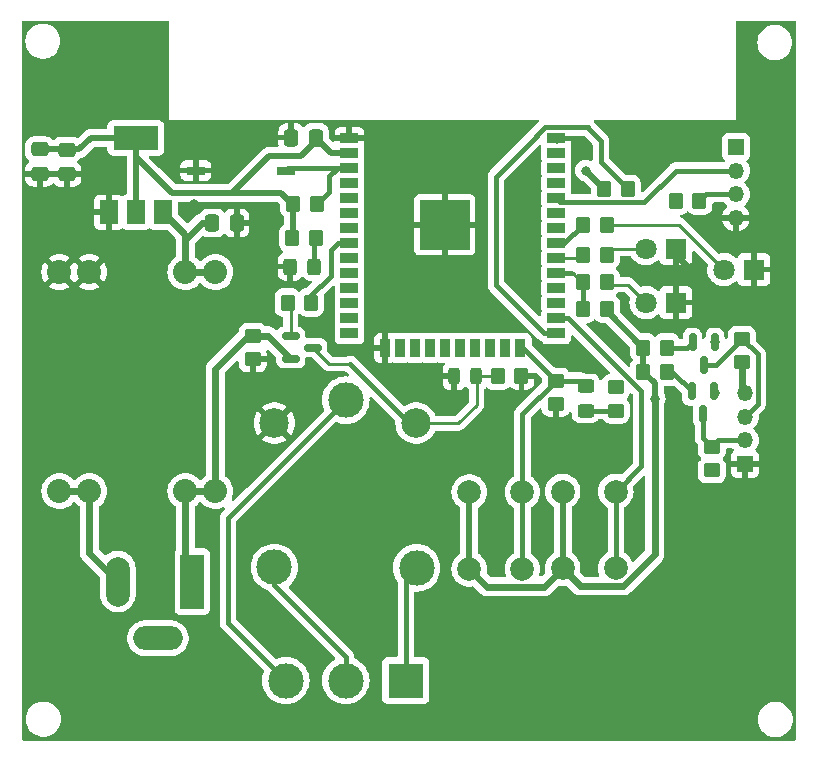
<source format=gbr>
%TF.GenerationSoftware,KiCad,Pcbnew,7.0.1*%
%TF.CreationDate,2023-03-21T16:37:50+01:00*%
%TF.ProjectId,pcb_morse,7063625f-6d6f-4727-9365-2e6b69636164,rev?*%
%TF.SameCoordinates,Original*%
%TF.FileFunction,Copper,L1,Top*%
%TF.FilePolarity,Positive*%
%FSLAX46Y46*%
G04 Gerber Fmt 4.6, Leading zero omitted, Abs format (unit mm)*
G04 Created by KiCad (PCBNEW 7.0.1) date 2023-03-21 16:37:50*
%MOMM*%
%LPD*%
G01*
G04 APERTURE LIST*
G04 Aperture macros list*
%AMRoundRect*
0 Rectangle with rounded corners*
0 $1 Rounding radius*
0 $2 $3 $4 $5 $6 $7 $8 $9 X,Y pos of 4 corners*
0 Add a 4 corners polygon primitive as box body*
4,1,4,$2,$3,$4,$5,$6,$7,$8,$9,$2,$3,0*
0 Add four circle primitives for the rounded corners*
1,1,$1+$1,$2,$3*
1,1,$1+$1,$4,$5*
1,1,$1+$1,$6,$7*
1,1,$1+$1,$8,$9*
0 Add four rect primitives between the rounded corners*
20,1,$1+$1,$2,$3,$4,$5,0*
20,1,$1+$1,$4,$5,$6,$7,0*
20,1,$1+$1,$6,$7,$8,$9,0*
20,1,$1+$1,$8,$9,$2,$3,0*%
G04 Aperture macros list end*
%TA.AperFunction,SMDPad,CuDef*%
%ADD10R,1.500000X0.900000*%
%TD*%
%TA.AperFunction,SMDPad,CuDef*%
%ADD11R,0.900000X1.500000*%
%TD*%
%TA.AperFunction,SMDPad,CuDef*%
%ADD12R,1.050000X1.050000*%
%TD*%
%TA.AperFunction,HeatsinkPad*%
%ADD13C,0.600000*%
%TD*%
%TA.AperFunction,SMDPad,CuDef*%
%ADD14R,4.200000X4.200000*%
%TD*%
%TA.AperFunction,SMDPad,CuDef*%
%ADD15RoundRect,0.250000X-0.337500X-0.475000X0.337500X-0.475000X0.337500X0.475000X-0.337500X0.475000X0*%
%TD*%
%TA.AperFunction,ComponentPad*%
%ADD16C,2.032000*%
%TD*%
%TA.AperFunction,SMDPad,CuDef*%
%ADD17R,1.500000X2.000000*%
%TD*%
%TA.AperFunction,SMDPad,CuDef*%
%ADD18R,3.800000X2.000000*%
%TD*%
%TA.AperFunction,ComponentPad*%
%ADD19R,1.800000X1.800000*%
%TD*%
%TA.AperFunction,ComponentPad*%
%ADD20C,1.800000*%
%TD*%
%TA.AperFunction,SMDPad,CuDef*%
%ADD21RoundRect,0.250000X-0.350000X-0.450000X0.350000X-0.450000X0.350000X0.450000X-0.350000X0.450000X0*%
%TD*%
%TA.AperFunction,ComponentPad*%
%ADD22R,3.000000X3.000000*%
%TD*%
%TA.AperFunction,ComponentPad*%
%ADD23C,3.000000*%
%TD*%
%TA.AperFunction,ComponentPad*%
%ADD24R,1.350000X1.350000*%
%TD*%
%TA.AperFunction,ComponentPad*%
%ADD25O,1.350000X1.350000*%
%TD*%
%TA.AperFunction,SMDPad,CuDef*%
%ADD26RoundRect,0.250000X-0.450000X0.350000X-0.450000X-0.350000X0.450000X-0.350000X0.450000X0.350000X0*%
%TD*%
%TA.AperFunction,SMDPad,CuDef*%
%ADD27R,1.600000X0.760000*%
%TD*%
%TA.AperFunction,SMDPad,CuDef*%
%ADD28RoundRect,0.250000X0.450000X-0.350000X0.450000X0.350000X-0.450000X0.350000X-0.450000X-0.350000X0*%
%TD*%
%TA.AperFunction,ComponentPad*%
%ADD29C,2.500000*%
%TD*%
%TA.AperFunction,ComponentPad*%
%ADD30C,2.000000*%
%TD*%
%TA.AperFunction,SMDPad,CuDef*%
%ADD31RoundRect,0.150000X-0.150000X0.587500X-0.150000X-0.587500X0.150000X-0.587500X0.150000X0.587500X0*%
%TD*%
%TA.AperFunction,SMDPad,CuDef*%
%ADD32RoundRect,0.250000X-0.325000X-0.450000X0.325000X-0.450000X0.325000X0.450000X-0.325000X0.450000X0*%
%TD*%
%TA.AperFunction,SMDPad,CuDef*%
%ADD33RoundRect,0.250000X0.337500X0.475000X-0.337500X0.475000X-0.337500X-0.475000X0.337500X-0.475000X0*%
%TD*%
%TA.AperFunction,SMDPad,CuDef*%
%ADD34RoundRect,0.150000X-0.587500X-0.150000X0.587500X-0.150000X0.587500X0.150000X-0.587500X0.150000X0*%
%TD*%
%TA.AperFunction,ComponentPad*%
%ADD35R,2.000000X4.600000*%
%TD*%
%TA.AperFunction,ComponentPad*%
%ADD36O,2.000000X4.200000*%
%TD*%
%TA.AperFunction,ComponentPad*%
%ADD37O,4.200000X2.000000*%
%TD*%
%TA.AperFunction,SMDPad,CuDef*%
%ADD38RoundRect,0.250000X0.450000X-0.325000X0.450000X0.325000X-0.450000X0.325000X-0.450000X-0.325000X0*%
%TD*%
%TA.AperFunction,SMDPad,CuDef*%
%ADD39RoundRect,0.250000X-0.475000X0.337500X-0.475000X-0.337500X0.475000X-0.337500X0.475000X0.337500X0*%
%TD*%
%TA.AperFunction,SMDPad,CuDef*%
%ADD40RoundRect,0.243750X0.243750X0.456250X-0.243750X0.456250X-0.243750X-0.456250X0.243750X-0.456250X0*%
%TD*%
%TA.AperFunction,SMDPad,CuDef*%
%ADD41RoundRect,0.250000X0.350000X0.450000X-0.350000X0.450000X-0.350000X-0.450000X0.350000X-0.450000X0*%
%TD*%
%TA.AperFunction,SMDPad,CuDef*%
%ADD42RoundRect,0.250000X0.475000X-0.337500X0.475000X0.337500X-0.475000X0.337500X-0.475000X-0.337500X0*%
%TD*%
%TA.AperFunction,ViaPad*%
%ADD43C,0.800000*%
%TD*%
%TA.AperFunction,Conductor*%
%ADD44C,0.500000*%
%TD*%
%TA.AperFunction,Conductor*%
%ADD45C,0.600000*%
%TD*%
%TA.AperFunction,Conductor*%
%ADD46C,0.400000*%
%TD*%
%TA.AperFunction,Conductor*%
%ADD47C,0.250000*%
%TD*%
G04 APERTURE END LIST*
D10*
%TO.P,ESP32,1,GND*%
%TO.N,GND*%
X56185000Y-40435000D03*
%TO.P,ESP32,2,VDD*%
%TO.N,+3.3V*%
X56185000Y-41705000D03*
%TO.P,ESP32,3,EN*%
%TO.N,/EN*%
X56185000Y-42975000D03*
%TO.P,ESP32,4,SENSOR_VP*%
%TO.N,unconnected-(ESP32-SENSOR_VP-Pad4)*%
X56185000Y-44245000D03*
%TO.P,ESP32,5,SENSOR_VN*%
%TO.N,unconnected-(ESP32-SENSOR_VN-Pad5)*%
X56185000Y-45515000D03*
%TO.P,ESP32,6,IO34*%
%TO.N,unconnected-(ESP32-IO34-Pad6)*%
X56185000Y-46785000D03*
%TO.P,ESP32,7,IO35*%
%TO.N,unconnected-(ESP32-IO35-Pad7)*%
X56185000Y-48055000D03*
%TO.P,ESP32,8,IO32*%
%TO.N,GPIO32*%
X56185000Y-49325000D03*
%TO.P,ESP32,9,IO33*%
%TO.N,unconnected-(ESP32-IO33-Pad9)*%
X56185000Y-50595000D03*
%TO.P,ESP32,10,IO25*%
%TO.N,unconnected-(ESP32-IO25-Pad10)*%
X56185000Y-51865000D03*
%TO.P,ESP32,11,IO26*%
%TO.N,unconnected-(ESP32-IO26-Pad11)*%
X56185000Y-53135000D03*
%TO.P,ESP32,12,IO27*%
%TO.N,unconnected-(ESP32-IO27-Pad12)*%
X56185000Y-54405000D03*
%TO.P,ESP32,13,IO14*%
%TO.N,unconnected-(ESP32-IO14-Pad13)*%
X56185000Y-55675000D03*
%TO.P,ESP32,14,IO12*%
%TO.N,unconnected-(ESP32-IO12-Pad14)*%
X56185000Y-56945000D03*
D11*
%TO.P,ESP32,15,GND*%
%TO.N,GND*%
X59225000Y-58195000D03*
%TO.P,ESP32,16,IO13*%
%TO.N,unconnected-(ESP32-IO13-Pad16)*%
X60495000Y-58195000D03*
%TO.P,ESP32,17,SHD/SD2*%
%TO.N,unconnected-(ESP32-SHD{slash}SD2-Pad17)*%
X61765000Y-58195000D03*
%TO.P,ESP32,18,SWP/SD3*%
%TO.N,unconnected-(ESP32-SWP{slash}SD3-Pad18)*%
X63035000Y-58195000D03*
%TO.P,ESP32,19,SCS/CMD*%
%TO.N,unconnected-(ESP32-SCS{slash}CMD-Pad19)*%
X64305000Y-58195000D03*
%TO.P,ESP32,20,SCK/CLK*%
%TO.N,unconnected-(ESP32-SCK{slash}CLK-Pad20)*%
X65575000Y-58195000D03*
%TO.P,ESP32,21,SDO/SD0*%
%TO.N,unconnected-(ESP32-SDO{slash}SD0-Pad21)*%
X66845000Y-58195000D03*
%TO.P,ESP32,22,SDI/SD1*%
%TO.N,unconnected-(ESP32-SDI{slash}SD1-Pad22)*%
X68115000Y-58195000D03*
%TO.P,ESP32,23,IO15*%
%TO.N,unconnected-(ESP32-IO15-Pad23)*%
X69385000Y-58195000D03*
%TO.P,ESP32,24,IO2*%
%TO.N,GPIO2*%
X70655000Y-58195000D03*
D10*
%TO.P,ESP32,25,IO0*%
%TO.N,GPIO0*%
X73685000Y-56945000D03*
%TO.P,ESP32,26,IO4*%
%TO.N,GPIO4*%
X73685000Y-55675000D03*
%TO.P,ESP32,27,IO16*%
%TO.N,GPIO16*%
X73685000Y-54405000D03*
%TO.P,ESP32,28,IO17*%
%TO.N,GPIO17*%
X73685000Y-53135000D03*
%TO.P,ESP32,29,IO5*%
%TO.N,GPIO5*%
X73685000Y-51865000D03*
%TO.P,ESP32,30,IO18*%
%TO.N,GPIO18*%
X73685000Y-50595000D03*
%TO.P,ESP32,31,IO19*%
%TO.N,GPIO19*%
X73685000Y-49325000D03*
%TO.P,ESP32,32,NC*%
%TO.N,unconnected-(ESP32-NC-Pad32)*%
X73685000Y-48055000D03*
%TO.P,ESP32,33,IO21*%
%TO.N,unconnected-(ESP32-IO21-Pad33)*%
X73685000Y-46785000D03*
%TO.P,ESP32,34,RXD0/IO3*%
%TO.N,RX0*%
X73685000Y-45515000D03*
%TO.P,ESP32,35,TXD0/IO1*%
%TO.N,TX0*%
X73685000Y-44245000D03*
%TO.P,ESP32,36,IO22*%
%TO.N,unconnected-(ESP32-IO22-Pad36)*%
X73685000Y-42975000D03*
%TO.P,ESP32,37,IO23*%
%TO.N,unconnected-(ESP32-IO23-Pad37)*%
X73685000Y-41705000D03*
%TO.P,ESP32,38,GND*%
%TO.N,GND*%
X73685000Y-40435000D03*
D12*
%TO.P,ESP32,39,GND*%
X62730000Y-46250000D03*
D13*
X62730000Y-47012500D03*
D12*
X62730000Y-47775000D03*
D13*
X62730000Y-48537500D03*
D12*
X62730000Y-49300000D03*
D13*
X63492500Y-46250000D03*
X63492500Y-47775000D03*
X63492500Y-49300000D03*
D12*
X64255000Y-46250000D03*
D13*
X64255000Y-47012500D03*
D12*
X64255000Y-47775000D03*
D14*
X64255000Y-47775000D03*
D13*
X64255000Y-48537500D03*
D12*
X64255000Y-49300000D03*
D13*
X65017500Y-46250000D03*
X65017500Y-47775000D03*
X65017500Y-49300000D03*
D12*
X65780000Y-46250000D03*
D13*
X65780000Y-47012500D03*
D12*
X65780000Y-47775000D03*
D13*
X65780000Y-48537500D03*
D12*
X65780000Y-49300000D03*
%TD*%
D15*
%TO.P,C2,1*%
%TO.N,VDD*%
X44555500Y-47625000D03*
%TO.P,C2,2*%
%TO.N,GND*%
X46630500Y-47625000D03*
%TD*%
D16*
%TO.P,UMP1584,1,IN-*%
%TO.N,Net-(Barrel_Jack1-Pad2)*%
X31623000Y-70326000D03*
%TO.P,UMP1584,2,IN-*%
X34163000Y-70326000D03*
%TO.P,UMP1584,3,IN+*%
%TO.N,+12V*%
X42291000Y-70326000D03*
%TO.P,UMP1584,4,IN+*%
X44831000Y-70326000D03*
%TO.P,UMP1584,5,OUT+*%
%TO.N,VDD*%
X44831000Y-51784000D03*
%TO.P,UMP1584,6,OUT+*%
X42291000Y-51784000D03*
%TO.P,UMP1584,7,OUT-*%
%TO.N,GND*%
X34163000Y-51784000D03*
%TO.P,UMP1584,8,OUT-*%
X31623000Y-51784000D03*
%TD*%
D17*
%TO.P,PLO1,1,GND*%
%TO.N,GND*%
X35800000Y-46711000D03*
%TO.P,PLO1,2,VO*%
%TO.N,+3.3V*%
X38100000Y-46711000D03*
D18*
X38100000Y-40411000D03*
D17*
%TO.P,PLO1,3,VI*%
%TO.N,VDD*%
X40400000Y-46711000D03*
%TD*%
D19*
%TO.P,LED1,1,K*%
%TO.N,GND*%
X90424000Y-51562000D03*
D20*
%TO.P,LED1,2,A*%
%TO.N,Net-(LED1-A)*%
X87884000Y-51562000D03*
%TD*%
D21*
%TO.P,R1,1*%
%TO.N,+3.3V*%
X81058000Y-60198000D03*
%TO.P,R1,2*%
%TO.N,GPIO16*%
X83058000Y-60198000D03*
%TD*%
D22*
%TO.P,Kroonsteen1,1,Pin_1*%
%TO.N,Net-(Kroonsteen1-Pin_1)*%
X60960000Y-86360000D03*
D23*
%TO.P,Kroonsteen1,2,Pin_2*%
%TO.N,Net-(Kroonsteen1-Pin_2)*%
X55880000Y-86360000D03*
%TO.P,Kroonsteen1,3,Pin_3*%
%TO.N,Net-(Kroonsteen1-Pin_3)*%
X50800000Y-86360000D03*
%TD*%
D21*
%TO.P,R15,1*%
%TO.N,+3.3V*%
X83820000Y-45720000D03*
%TO.P,R15,2*%
%TO.N,TX0*%
X85820000Y-45720000D03*
%TD*%
D24*
%TO.P,J2,1,Pin_1*%
%TO.N,+3.3V*%
X88900000Y-41180000D03*
D25*
%TO.P,J2,2,Pin_2*%
%TO.N,RX0*%
X88900000Y-43180000D03*
%TO.P,J2,3,Pin_3*%
%TO.N,TX0*%
X88900000Y-45180000D03*
%TO.P,J2,4,Pin_4*%
%TO.N,GND*%
X88900000Y-47180000D03*
%TD*%
D26*
%TO.P,R9,1*%
%TO.N,+12V*%
X48006000Y-57166000D03*
%TO.P,R9,2*%
%TO.N,GND*%
X48006000Y-59166000D03*
%TD*%
D27*
%TO.P,SW1,1,1*%
%TO.N,/EN*%
X50800000Y-43180000D03*
%TO.P,SW1,2,2*%
%TO.N,GND*%
X43180000Y-43180000D03*
%TD*%
D28*
%TO.P,R2,1*%
%TO.N,VDD*%
X86868000Y-68564000D03*
%TO.P,R2,2*%
%TO.N,GPIO16-5V*%
X86868000Y-66564000D03*
%TD*%
D23*
%TO.P,Relais1,1*%
%TO.N,Net-(Kroonsteen1-Pin_3)*%
X55880000Y-62620000D03*
D29*
%TO.P,Relais1,2*%
%TO.N,GND*%
X49830000Y-64570000D03*
D23*
%TO.P,Relais1,3*%
%TO.N,Net-(Kroonsteen1-Pin_2)*%
X49830000Y-76770000D03*
%TO.P,Relais1,4*%
%TO.N,Net-(Kroonsteen1-Pin_1)*%
X61880000Y-76820000D03*
D29*
%TO.P,Relais1,5*%
%TO.N,Net-(D1-K)*%
X61830000Y-64570000D03*
%TD*%
D21*
%TO.P,R5,1*%
%TO.N,GPIO19*%
X75962000Y-47752000D03*
%TO.P,R5,2*%
%TO.N,Net-(LED1-A)*%
X77962000Y-47752000D03*
%TD*%
D30*
%TO.P,START1,1,1A*%
%TO.N,+3.3V*%
X66330000Y-76910000D03*
X66330000Y-70410000D03*
%TO.P,START1,2,2B*%
%TO.N,GPIO2*%
X70830000Y-76910000D03*
X70830000Y-70410000D03*
%TD*%
D21*
%TO.P,R3,1*%
%TO.N,+3.3V*%
X81058000Y-58166000D03*
%TO.P,R3,2*%
%TO.N,GPIO17*%
X83058000Y-58166000D03*
%TD*%
%TO.P,R6,1*%
%TO.N,GPIO18*%
X75962000Y-50292000D03*
%TO.P,R6,2*%
%TO.N,Net-(LED2-A)*%
X77962000Y-50292000D03*
%TD*%
D24*
%TO.P,ULTRASONIC-SENSOR1,1,Pin_1*%
%TO.N,GND*%
X89662000Y-68008000D03*
D25*
%TO.P,ULTRASONIC-SENSOR1,2,Pin_2*%
%TO.N,GPIO16-5V*%
X89662000Y-66008000D03*
%TO.P,ULTRASONIC-SENSOR1,3,Pin_3*%
%TO.N,GPIO17-5V*%
X89662000Y-64008000D03*
%TO.P,ULTRASONIC-SENSOR1,4,Pin_4*%
%TO.N,VDD*%
X89662000Y-62008000D03*
%TD*%
D28*
%TO.P,R17,1*%
%TO.N,Net-(D2-K)*%
X78740000Y-63500000D03*
%TO.P,R17,2*%
%TO.N,GND*%
X78740000Y-61500000D03*
%TD*%
D31*
%TO.P,Q2,1,G*%
%TO.N,+3.3V*%
X87134500Y-57736500D03*
%TO.P,Q2,2,S*%
%TO.N,GPIO17*%
X85234500Y-57736500D03*
%TO.P,Q2,3,D*%
%TO.N,GPIO17-5V*%
X86184500Y-59611500D03*
%TD*%
D21*
%TO.P,R14,1*%
%TO.N,+3.3V*%
X51324000Y-48895000D03*
%TO.P,R14,2*%
%TO.N,Net-(D3-A)*%
X53324000Y-48895000D03*
%TD*%
%TO.P,R8,1*%
%TO.N,Net-(Q3-B)*%
X50943000Y-54356000D03*
%TO.P,R8,2*%
%TO.N,GPIO32*%
X52943000Y-54356000D03*
%TD*%
D31*
%TO.P,Q1,1,G*%
%TO.N,+3.3V*%
X87056000Y-61879000D03*
%TO.P,Q1,2,S*%
%TO.N,GPIO16*%
X85156000Y-61879000D03*
%TO.P,Q1,3,D*%
%TO.N,GPIO16-5V*%
X86106000Y-63754000D03*
%TD*%
D19*
%TO.P,LED2,1,K*%
%TO.N,GND*%
X83820000Y-49784000D03*
D20*
%TO.P,LED2,2,A*%
%TO.N,Net-(LED2-A)*%
X81280000Y-49784000D03*
%TD*%
D21*
%TO.P,R7,1*%
%TO.N,GPIO5*%
X75962000Y-52578000D03*
%TO.P,R7,2*%
%TO.N,Net-(LED3-A)*%
X77962000Y-52578000D03*
%TD*%
D32*
%TO.P,D3,1,K*%
%TO.N,GND*%
X51172000Y-51308000D03*
%TO.P,D3,2,A*%
%TO.N,Net-(D3-A)*%
X53222000Y-51308000D03*
%TD*%
D33*
%TO.P,C1,1*%
%TO.N,+3.3V*%
X53340000Y-40386000D03*
%TO.P,C1,2*%
%TO.N,GND*%
X51265000Y-40386000D03*
%TD*%
D28*
%TO.P,R4,1*%
%TO.N,VDD*%
X89408000Y-59420000D03*
%TO.P,R4,2*%
%TO.N,GPIO17-5V*%
X89408000Y-57420000D03*
%TD*%
D21*
%TO.P,R11,1*%
%TO.N,+3.3V*%
X51435000Y-45974000D03*
%TO.P,R11,2*%
%TO.N,/EN*%
X53435000Y-45974000D03*
%TD*%
D34*
%TO.P,Q3,1,B*%
%TO.N,Net-(Q3-B)*%
X51211000Y-57216000D03*
%TO.P,Q3,2,E*%
%TO.N,+12V*%
X51211000Y-59116000D03*
%TO.P,Q3,3,C*%
%TO.N,Net-(D1-K)*%
X53086000Y-58166000D03*
%TD*%
D30*
%TO.P,RESET1,1,1A*%
%TO.N,+3.3V*%
X74240000Y-76858000D03*
X74240000Y-70358000D03*
%TO.P,RESET1,2,2B*%
%TO.N,GPIO4*%
X78740000Y-76858000D03*
X78740000Y-70358000D03*
%TD*%
D35*
%TO.P,Barrel_Jack1,1*%
%TO.N,+12V*%
X42876000Y-77978000D03*
D36*
%TO.P,Barrel_Jack1,2*%
%TO.N,Net-(Barrel_Jack1-Pad2)*%
X36576000Y-77978000D03*
D37*
%TO.P,Barrel_Jack1,3*%
%TO.N,N/C*%
X39976000Y-82778000D03*
%TD*%
D38*
%TO.P,D2,1,K*%
%TO.N,Net-(D2-K)*%
X76200000Y-63500000D03*
%TO.P,D2,2,A*%
%TO.N,GPIO2*%
X76200000Y-61450000D03*
%TD*%
D39*
%TO.P,C4,1*%
%TO.N,+3.3V*%
X29972000Y-41380500D03*
%TO.P,C4,2*%
%TO.N,GND*%
X29972000Y-43455500D03*
%TD*%
D28*
%TO.P,R13,1*%
%TO.N,GND*%
X73660000Y-62960000D03*
%TO.P,R13,2*%
%TO.N,GPIO2*%
X73660000Y-60960000D03*
%TD*%
D21*
%TO.P,R10,1*%
%TO.N,Net-(D1-K)*%
X68750000Y-60575000D03*
%TO.P,R10,2*%
%TO.N,GND*%
X70750000Y-60575000D03*
%TD*%
D40*
%TO.P,D1,1,K*%
%TO.N,Net-(D1-K)*%
X66937500Y-60600000D03*
%TO.P,D1,2,A*%
%TO.N,GND*%
X65062500Y-60600000D03*
%TD*%
D41*
%TO.P,R16,1*%
%TO.N,+3.3V*%
X77962000Y-54864000D03*
%TO.P,R16,2*%
%TO.N,GPIO5*%
X75962000Y-54864000D03*
%TD*%
D19*
%TO.P,LED3,1,K*%
%TO.N,GND*%
X83825000Y-54356000D03*
D20*
%TO.P,LED3,2,A*%
%TO.N,Net-(LED3-A)*%
X81285000Y-54356000D03*
%TD*%
D21*
%TO.P,R12,1*%
%TO.N,+3.3V*%
X77740000Y-44720000D03*
%TO.P,R12,2*%
%TO.N,GPIO0*%
X79740000Y-44720000D03*
%TD*%
D42*
%TO.P,C3,1*%
%TO.N,GND*%
X32258000Y-43477000D03*
%TO.P,C3,2*%
%TO.N,+3.3V*%
X32258000Y-41402000D03*
%TD*%
D43*
%TO.N,+3.3V*%
X53340000Y-40640000D03*
X87122000Y-61976000D03*
X76200000Y-43180000D03*
X83820000Y-45720000D03*
X87122000Y-57658000D03*
X82042000Y-62484000D03*
%TO.N,GND*%
X30734000Y-46990000D03*
X78740000Y-61500000D03*
X80518000Y-73660000D03*
X77978000Y-57404000D03*
X81534000Y-43434000D03*
X33909000Y-86995000D03*
X55626000Y-76962000D03*
X40640000Y-60960000D03*
X73787000Y-40513000D03*
X70866000Y-49530000D03*
X76200000Y-68580000D03*
X73660000Y-62960000D03*
X31242000Y-36322000D03*
X78486000Y-86106000D03*
X30734000Y-60960000D03*
X30734000Y-66040000D03*
X63500000Y-53848000D03*
X40640000Y-66040000D03*
X63300000Y-60300000D03*
X43053000Y-45974000D03*
X63500000Y-40640000D03*
X86868000Y-74676000D03*
X46482000Y-40513000D03*
X69088000Y-86106000D03*
X55372000Y-68072000D03*
X87122000Y-81280000D03*
X40640000Y-55880000D03*
X30734000Y-55880000D03*
X40640000Y-88900000D03*
X51172000Y-51308000D03*
%TO.N,VDD*%
X86868000Y-68580000D03*
%TO.N,TX0*%
X73685000Y-44245000D03*
%TO.N,GPIO16*%
X83058000Y-60198000D03*
X73660000Y-54356000D03*
%TO.N,GPIO17*%
X73660000Y-53086000D03*
X83058000Y-58166000D03*
%TD*%
D44*
%TO.N,+3.3V*%
X51435000Y-45974000D02*
X51435000Y-48784000D01*
X74240000Y-70358000D02*
X74240000Y-76858000D01*
X77962000Y-55070000D02*
X81058000Y-58166000D01*
X46228000Y-45085000D02*
X49403000Y-41910000D01*
D45*
X67830000Y-78410000D02*
X72688000Y-78410000D01*
X67830000Y-78410000D02*
X66330000Y-76910000D01*
D44*
X54659000Y-41705000D02*
X56185000Y-41705000D01*
X41148000Y-45085000D02*
X45212000Y-45085000D01*
D45*
X72688000Y-78410000D02*
X74240000Y-76858000D01*
D44*
X77962000Y-54864000D02*
X77962000Y-55070000D01*
X51435000Y-48784000D02*
X51324000Y-48895000D01*
X82042000Y-62484000D02*
X82042000Y-61182000D01*
X51340000Y-45879000D02*
X51435000Y-45974000D01*
X51308000Y-45974000D02*
X51435000Y-45974000D01*
X53340000Y-40386000D02*
X54659000Y-41705000D01*
X33324000Y-41380500D02*
X34293500Y-40411000D01*
D45*
X82042000Y-75677321D02*
X82042000Y-62484000D01*
D44*
X45212000Y-45085000D02*
X46228000Y-45085000D01*
D45*
X79361321Y-78358000D02*
X82042000Y-75677321D01*
D44*
X66330000Y-76910000D02*
X66330000Y-70410000D01*
X49403000Y-41910000D02*
X52070000Y-41910000D01*
X77740000Y-44720000D02*
X76200000Y-43180000D01*
X38100000Y-42037000D02*
X38100000Y-46711000D01*
D45*
X74240000Y-76858000D02*
X75740000Y-78358000D01*
D44*
X52070000Y-41910000D02*
X53340000Y-40640000D01*
X82042000Y-61182000D02*
X81058000Y-60198000D01*
X32131000Y-41380500D02*
X33324000Y-41380500D01*
X32236500Y-41380500D02*
X32258000Y-41402000D01*
X81058000Y-58166000D02*
X81058000Y-60198000D01*
X50419000Y-45085000D02*
X51308000Y-45974000D01*
X45212000Y-45085000D02*
X50419000Y-45085000D01*
X38100000Y-40411000D02*
X38100000Y-42037000D01*
X38100000Y-40411000D02*
X34293500Y-40411000D01*
D45*
X75740000Y-78358000D02*
X79361321Y-78358000D01*
D44*
X29972000Y-41380500D02*
X32236500Y-41380500D01*
X38100000Y-42037000D02*
X41148000Y-45085000D01*
D45*
%TO.N,GND*%
X65017500Y-46250000D02*
X65017500Y-47012500D01*
X63492500Y-47012500D02*
X64255000Y-47775000D01*
X83820000Y-50292000D02*
X85598000Y-52070000D01*
D46*
X65780000Y-48537500D02*
X65780000Y-49300000D01*
X65780000Y-47012500D02*
X65780000Y-46250000D01*
D45*
X65017500Y-47012500D02*
X64255000Y-47775000D01*
X83820000Y-49784000D02*
X83820000Y-50292000D01*
D46*
X63492500Y-49300000D02*
X62730000Y-49300000D01*
X65017500Y-46250000D02*
X65780000Y-46250000D01*
X65017500Y-49300000D02*
X65780000Y-49300000D01*
X63492500Y-46250000D02*
X62730000Y-46250000D01*
D45*
X63492500Y-46250000D02*
X63492500Y-47012500D01*
%TO.N,VDD*%
X89408000Y-61754000D02*
X89662000Y-62008000D01*
X89408000Y-59420000D02*
X89408000Y-61754000D01*
X42291000Y-49022000D02*
X43688000Y-47625000D01*
X42291000Y-48602000D02*
X40400000Y-46711000D01*
X42291000Y-51784000D02*
X44831000Y-51784000D01*
X42291000Y-49022000D02*
X42291000Y-48602000D01*
X43688000Y-47625000D02*
X44555500Y-47625000D01*
X42291000Y-51784000D02*
X42291000Y-49022000D01*
D47*
%TO.N,Net-(D1-K)*%
X53086000Y-58166000D02*
X54483000Y-59563000D01*
X66975000Y-63000000D02*
X66975000Y-60637500D01*
X66975000Y-60637500D02*
X66937500Y-60600000D01*
X54483000Y-59563000D02*
X56261000Y-59563000D01*
D46*
X57404000Y-60706000D02*
X61268000Y-64570000D01*
D47*
X65405000Y-64570000D02*
X66975000Y-63000000D01*
D46*
X61268000Y-64570000D02*
X61830000Y-64570000D01*
X56261000Y-59563000D02*
X57404000Y-60706000D01*
D47*
X68750000Y-60575000D02*
X66962500Y-60575000D01*
X66962500Y-60575000D02*
X66937500Y-60600000D01*
X61830000Y-64570000D02*
X65405000Y-64570000D01*
D46*
%TO.N,GPIO2*%
X73660000Y-60960000D02*
X70830000Y-63790000D01*
X70830000Y-70410000D02*
X70830000Y-76910000D01*
X75710000Y-60960000D02*
X76200000Y-61450000D01*
X70830000Y-63790000D02*
X70830000Y-70410000D01*
X70655000Y-58195000D02*
X70895000Y-58195000D01*
X70895000Y-58195000D02*
X73660000Y-60960000D01*
X73660000Y-60960000D02*
X75710000Y-60960000D01*
%TO.N,RX0*%
X73685000Y-45515000D02*
X73915000Y-45745000D01*
X73685000Y-45515000D02*
X74040000Y-45870000D01*
X83820000Y-43180000D02*
X88900000Y-43180000D01*
X74040000Y-45870000D02*
X81130000Y-45870000D01*
X81130000Y-45870000D02*
X83820000Y-43180000D01*
%TO.N,TX0*%
X86360000Y-45180000D02*
X88900000Y-45180000D01*
X85820000Y-45720000D02*
X86360000Y-45180000D01*
%TO.N,/EN*%
X55185000Y-42975000D02*
X56185000Y-42975000D01*
X53435000Y-45974000D02*
X53467000Y-45974000D01*
X56185000Y-42975000D02*
X51005000Y-42975000D01*
X51005000Y-42975000D02*
X50800000Y-43180000D01*
X54483000Y-43677000D02*
X55185000Y-42975000D01*
X53467000Y-45974000D02*
X54483000Y-44958000D01*
X54483000Y-44958000D02*
X54483000Y-43677000D01*
%TO.N,GPIO0*%
X68580000Y-43690000D02*
X68580000Y-52840000D01*
X77470000Y-40640000D02*
X77470000Y-42450000D01*
X71375000Y-40895000D02*
X68580000Y-43690000D01*
X72610000Y-39660000D02*
X71375000Y-40895000D01*
X72735000Y-39535000D02*
X71375000Y-40895000D01*
X77470000Y-40640000D02*
X76490000Y-39660000D01*
X76490000Y-39660000D02*
X76365000Y-39535000D01*
X77470000Y-42450000D02*
X79740000Y-44720000D01*
X68580000Y-52840000D02*
X72685000Y-56945000D01*
X76365000Y-39535000D02*
X72735000Y-39535000D01*
X72685000Y-56945000D02*
X73685000Y-56945000D01*
D47*
%TO.N,GPIO5*%
X75082500Y-51865000D02*
X76049500Y-52832000D01*
D46*
X74979000Y-51865000D02*
X73685000Y-51865000D01*
X75962000Y-52578000D02*
X75962000Y-54864000D01*
D47*
X74979000Y-51865000D02*
X75082500Y-51865000D01*
D46*
%TO.N,Net-(D2-K)*%
X76200000Y-63500000D02*
X78740000Y-63500000D01*
%TO.N,Net-(D3-A)*%
X53222000Y-48997000D02*
X53324000Y-48895000D01*
X53222000Y-51308000D02*
X53222000Y-48997000D01*
D45*
%TO.N,Net-(Barrel_Jack1-Pad2)*%
X34163000Y-75565000D02*
X36576000Y-77978000D01*
X34163000Y-70326000D02*
X34163000Y-75565000D01*
X31623000Y-70326000D02*
X34163000Y-70326000D01*
D47*
%TO.N,Net-(LED1-A)*%
X77874500Y-47752000D02*
X84074000Y-47752000D01*
X84074000Y-47752000D02*
X87884000Y-51562000D01*
%TO.N,Net-(LED2-A)*%
X78382500Y-49784000D02*
X81280000Y-49784000D01*
X77874500Y-50292000D02*
X78382500Y-49784000D01*
%TO.N,Net-(LED3-A)*%
X77874500Y-52832000D02*
X79761000Y-52832000D01*
X79761000Y-52832000D02*
X81285000Y-54356000D01*
D46*
%TO.N,GPIO16*%
X83058000Y-60198000D02*
X83475000Y-60198000D01*
X83475000Y-60198000D02*
X85156000Y-61879000D01*
%TO.N,GPIO16-5V*%
X87424000Y-66008000D02*
X86868000Y-66564000D01*
X89662000Y-66008000D02*
X87424000Y-66008000D01*
X86106000Y-63754000D02*
X86106000Y-65802000D01*
X86106000Y-65802000D02*
X86868000Y-66564000D01*
%TO.N,GPIO17*%
X84805000Y-58166000D02*
X85234500Y-57736500D01*
X83058000Y-58166000D02*
X84805000Y-58166000D01*
%TO.N,GPIO17-5V*%
X89408000Y-57420000D02*
X90737000Y-58749000D01*
X90737000Y-58749000D02*
X90737000Y-62933000D01*
X90737000Y-62933000D02*
X89662000Y-64008000D01*
X89408000Y-57420000D02*
X87216500Y-59611500D01*
X87216500Y-59611500D02*
X86184500Y-59611500D01*
D47*
%TO.N,Net-(Q3-B)*%
X51211000Y-57216000D02*
X51211000Y-54624000D01*
X51211000Y-54624000D02*
X50943000Y-54356000D01*
%TO.N,GPIO18*%
X73685000Y-50595000D02*
X75746500Y-50595000D01*
X75746500Y-50595000D02*
X76049500Y-50292000D01*
D46*
%TO.N,GPIO19*%
X74389000Y-49325000D02*
X75962000Y-47752000D01*
X73685000Y-49325000D02*
X74389000Y-49325000D01*
%TO.N,GPIO32*%
X54610000Y-49900000D02*
X55185000Y-49325000D01*
X54610000Y-52070000D02*
X54610000Y-51562000D01*
X52855500Y-53824500D02*
X54610000Y-52070000D01*
X55185000Y-49325000D02*
X56185000Y-49325000D01*
X54610000Y-51562000D02*
X54610000Y-49900000D01*
X52855500Y-54356000D02*
X52855500Y-53824500D01*
%TO.N,GPIO4*%
X80899000Y-61889000D02*
X80688500Y-61678500D01*
X78740000Y-76858000D02*
X78740000Y-70358000D01*
X80899000Y-68199000D02*
X78740000Y-70358000D01*
X80899000Y-61889000D02*
X80899000Y-68199000D01*
X74685000Y-55675000D02*
X80688500Y-61678500D01*
X73685000Y-55675000D02*
X74685000Y-55675000D01*
D45*
%TO.N,+12V*%
X42291000Y-70326000D02*
X42291000Y-77393000D01*
X42291000Y-70326000D02*
X44831000Y-70326000D01*
X42291000Y-77393000D02*
X42876000Y-77978000D01*
X48006000Y-57166000D02*
X49261000Y-57166000D01*
X49261000Y-57166000D02*
X51211000Y-59116000D01*
X47609000Y-57166000D02*
X44831000Y-59944000D01*
X48006000Y-57166000D02*
X47609000Y-57166000D01*
X44831000Y-70326000D02*
X44831000Y-59944000D01*
D46*
%TO.N,Net-(Kroonsteen1-Pin_3)*%
X55880000Y-62620000D02*
X48005000Y-70495000D01*
X45900000Y-72600000D02*
X45900000Y-81460000D01*
X48005000Y-70495000D02*
X45900000Y-72600000D01*
X45900000Y-81460000D02*
X50800000Y-86360000D01*
%TO.N,Net-(Kroonsteen1-Pin_2)*%
X49830000Y-78280000D02*
X55880000Y-84330000D01*
X55880000Y-84330000D02*
X55880000Y-86360000D01*
X49830000Y-76770000D02*
X49830000Y-78280000D01*
%TO.N,Net-(Kroonsteen1-Pin_1)*%
X60960000Y-77740000D02*
X61880000Y-76820000D01*
X60960000Y-86360000D02*
X60960000Y-77740000D01*
%TD*%
%TA.AperFunction,Conductor*%
%TO.N,GND*%
G36*
X40873000Y-30497113D02*
G01*
X40918387Y-30542500D01*
X40935000Y-30604500D01*
X40935000Y-38885000D01*
X72094980Y-38885000D01*
X72151275Y-38898515D01*
X72195298Y-38936115D01*
X72217453Y-38989602D01*
X72212911Y-39047318D01*
X72182661Y-39096681D01*
X70892191Y-40387151D01*
X68102290Y-43177051D01*
X68096838Y-43182183D01*
X68051819Y-43222067D01*
X68017655Y-43271562D01*
X68013218Y-43277592D01*
X67976121Y-43324942D01*
X67971963Y-43334183D01*
X67960939Y-43353728D01*
X67955182Y-43362068D01*
X67933853Y-43418305D01*
X67930989Y-43425219D01*
X67906303Y-43480070D01*
X67904475Y-43490047D01*
X67898454Y-43511648D01*
X67894859Y-43521128D01*
X67887609Y-43580827D01*
X67886483Y-43588226D01*
X67875641Y-43647391D01*
X67879274Y-43707434D01*
X67879500Y-43714921D01*
X67879500Y-52815079D01*
X67879274Y-52822566D01*
X67875641Y-52882607D01*
X67886483Y-52941771D01*
X67887610Y-52949172D01*
X67894860Y-53008873D01*
X67898450Y-53018339D01*
X67904475Y-53039952D01*
X67906303Y-53049929D01*
X67930991Y-53104783D01*
X67933856Y-53111701D01*
X67954450Y-53166000D01*
X67955182Y-53167930D01*
X67960941Y-53176273D01*
X67971961Y-53195813D01*
X67976120Y-53205054D01*
X68013216Y-53252405D01*
X68017654Y-53258436D01*
X68049925Y-53305189D01*
X68051817Y-53307929D01*
X68096847Y-53347822D01*
X68102283Y-53352940D01*
X72172058Y-57422715D01*
X72177178Y-57428153D01*
X72214024Y-57469744D01*
X72217072Y-57473184D01*
X72266573Y-57507352D01*
X72272591Y-57511780D01*
X72319944Y-57548878D01*
X72329180Y-57553034D01*
X72348731Y-57564062D01*
X72357066Y-57569816D01*
X72357068Y-57569816D01*
X72357070Y-57569818D01*
X72413326Y-57591152D01*
X72420220Y-57594009D01*
X72449171Y-57607039D01*
X72497546Y-57645803D01*
X72577454Y-57752546D01*
X72692669Y-57838796D01*
X72827517Y-57889091D01*
X72887127Y-57895500D01*
X74482872Y-57895499D01*
X74542483Y-57889091D01*
X74677331Y-57838796D01*
X74792546Y-57752546D01*
X74878796Y-57637331D01*
X74929091Y-57502483D01*
X74935500Y-57442873D01*
X74935499Y-57215516D01*
X74949014Y-57159224D01*
X74986613Y-57115200D01*
X75040101Y-57093045D01*
X75097817Y-57097587D01*
X75147180Y-57127837D01*
X77545741Y-59526398D01*
X78218204Y-60198860D01*
X78251485Y-60259262D01*
X78247350Y-60328103D01*
X78207078Y-60384087D01*
X78143126Y-60409899D01*
X78137304Y-60410493D01*
X77970877Y-60465642D01*
X77821654Y-60557683D01*
X77697683Y-60681654D01*
X77605642Y-60830876D01*
X77592111Y-60871712D01*
X77558972Y-60923396D01*
X77505102Y-60952847D01*
X77443707Y-60952847D01*
X77389837Y-60923395D01*
X77356699Y-60871711D01*
X77349339Y-60849500D01*
X77334814Y-60805666D01*
X77242712Y-60656344D01*
X77242711Y-60656342D01*
X77118657Y-60532288D01*
X76969334Y-60440186D01*
X76802797Y-60385000D01*
X76700009Y-60374500D01*
X76141304Y-60374500D01*
X76100852Y-60367716D01*
X76089200Y-60361374D01*
X76088784Y-60362300D01*
X76065813Y-60351961D01*
X76046273Y-60340941D01*
X76037930Y-60335182D01*
X76037927Y-60335181D01*
X76037926Y-60335180D01*
X75981701Y-60313856D01*
X75974783Y-60310991D01*
X75919929Y-60286303D01*
X75909952Y-60284475D01*
X75888339Y-60278450D01*
X75878873Y-60274860D01*
X75819172Y-60267610D01*
X75811771Y-60266483D01*
X75752607Y-60255641D01*
X75692566Y-60259274D01*
X75685079Y-60259500D01*
X74844798Y-60259500D01*
X74784366Y-60243777D01*
X74739259Y-60200596D01*
X74702711Y-60141342D01*
X74578657Y-60017288D01*
X74429334Y-59925186D01*
X74262797Y-59870000D01*
X74160009Y-59859500D01*
X73601518Y-59859500D01*
X73554065Y-59850061D01*
X73513837Y-59823181D01*
X71641818Y-57951161D01*
X71614938Y-57910933D01*
X71605499Y-57863480D01*
X71605499Y-57397130D01*
X71605449Y-57396666D01*
X71599091Y-57337517D01*
X71548796Y-57202669D01*
X71462546Y-57087454D01*
X71347331Y-57001204D01*
X71212483Y-56950909D01*
X71152873Y-56944500D01*
X71152869Y-56944500D01*
X70157130Y-56944500D01*
X70097516Y-56950909D01*
X70063331Y-56963659D01*
X70020000Y-56971476D01*
X69976668Y-56963658D01*
X69942486Y-56950909D01*
X69916935Y-56948162D01*
X69882873Y-56944500D01*
X69882869Y-56944500D01*
X68887130Y-56944500D01*
X68827516Y-56950909D01*
X68793331Y-56963659D01*
X68750000Y-56971476D01*
X68706668Y-56963658D01*
X68672486Y-56950909D01*
X68646935Y-56948162D01*
X68612873Y-56944500D01*
X68612869Y-56944500D01*
X67617130Y-56944500D01*
X67557516Y-56950909D01*
X67523331Y-56963659D01*
X67480000Y-56971476D01*
X67436668Y-56963658D01*
X67402486Y-56950909D01*
X67376935Y-56948162D01*
X67342873Y-56944500D01*
X67342869Y-56944500D01*
X66347130Y-56944500D01*
X66287516Y-56950909D01*
X66253331Y-56963659D01*
X66210000Y-56971476D01*
X66166668Y-56963658D01*
X66132486Y-56950909D01*
X66106935Y-56948162D01*
X66072873Y-56944500D01*
X66072869Y-56944500D01*
X65077130Y-56944500D01*
X65017516Y-56950909D01*
X64983331Y-56963659D01*
X64940000Y-56971476D01*
X64896668Y-56963658D01*
X64862486Y-56950909D01*
X64836935Y-56948162D01*
X64802873Y-56944500D01*
X64802869Y-56944500D01*
X63807130Y-56944500D01*
X63747516Y-56950909D01*
X63713331Y-56963659D01*
X63670000Y-56971476D01*
X63626668Y-56963658D01*
X63592486Y-56950909D01*
X63566935Y-56948162D01*
X63532873Y-56944500D01*
X63532869Y-56944500D01*
X62537130Y-56944500D01*
X62477516Y-56950909D01*
X62443331Y-56963659D01*
X62400000Y-56971476D01*
X62356668Y-56963658D01*
X62322486Y-56950909D01*
X62296935Y-56948162D01*
X62262873Y-56944500D01*
X62262869Y-56944500D01*
X61267130Y-56944500D01*
X61207516Y-56950909D01*
X61173331Y-56963659D01*
X61130000Y-56971476D01*
X61086668Y-56963658D01*
X61052486Y-56950909D01*
X61026935Y-56948162D01*
X60992873Y-56944500D01*
X60992869Y-56944500D01*
X59997130Y-56944500D01*
X59937514Y-56950909D01*
X59902617Y-56963925D01*
X59859284Y-56971743D01*
X59815952Y-56963925D01*
X59782377Y-56951402D01*
X59722824Y-56945000D01*
X59475000Y-56945000D01*
X59475000Y-59445000D01*
X59722824Y-59445000D01*
X59782376Y-59438597D01*
X59815949Y-59426075D01*
X59859284Y-59418256D01*
X59902618Y-59426074D01*
X59926953Y-59435151D01*
X59936192Y-59438597D01*
X59937517Y-59439091D01*
X59997127Y-59445500D01*
X60992872Y-59445499D01*
X61052483Y-59439091D01*
X61086665Y-59426341D01*
X61129999Y-59418523D01*
X61173332Y-59426340D01*
X61207517Y-59439091D01*
X61267127Y-59445500D01*
X62262872Y-59445499D01*
X62322483Y-59439091D01*
X62356665Y-59426341D01*
X62399999Y-59418523D01*
X62443332Y-59426340D01*
X62477517Y-59439091D01*
X62537127Y-59445500D01*
X63532872Y-59445499D01*
X63592483Y-59439091D01*
X63626665Y-59426341D01*
X63669999Y-59418523D01*
X63713332Y-59426340D01*
X63747517Y-59439091D01*
X63807127Y-59445500D01*
X64165818Y-59445499D01*
X64222110Y-59459014D01*
X64266134Y-59496613D01*
X64288289Y-59550100D01*
X64283748Y-59607816D01*
X64253499Y-59657179D01*
X64231369Y-59679308D01*
X64140094Y-59827289D01*
X64085406Y-59992326D01*
X64075000Y-60094192D01*
X64075000Y-60350000D01*
X65188500Y-60350000D01*
X65250500Y-60366613D01*
X65295887Y-60412000D01*
X65312500Y-60474000D01*
X65312500Y-61800000D01*
X65355808Y-61800000D01*
X65457673Y-61789593D01*
X65622710Y-61734905D01*
X65770692Y-61643629D01*
X65893626Y-61520695D01*
X65894161Y-61519829D01*
X65901960Y-61512361D01*
X65903880Y-61510442D01*
X65903921Y-61510483D01*
X65939266Y-61476644D01*
X65999698Y-61460917D01*
X66060133Y-61476637D01*
X66105242Y-61519818D01*
X66105972Y-61521002D01*
X66228994Y-61644024D01*
X66228996Y-61644025D01*
X66228997Y-61644026D01*
X66282639Y-61677113D01*
X66290597Y-61682021D01*
X66333777Y-61727128D01*
X66349500Y-61787560D01*
X66349500Y-62689547D01*
X66340061Y-62737000D01*
X66313181Y-62777228D01*
X65182228Y-63908181D01*
X65142000Y-63935061D01*
X65094547Y-63944500D01*
X63549541Y-63944500D01*
X63501375Y-63934763D01*
X63460773Y-63907081D01*
X63434115Y-63865807D01*
X63411568Y-63808357D01*
X63280386Y-63581143D01*
X63116805Y-63376019D01*
X63112008Y-63371568D01*
X62924485Y-63197571D01*
X62897246Y-63179000D01*
X62707704Y-63049772D01*
X62471323Y-62935937D01*
X62220615Y-62858604D01*
X61961182Y-62819500D01*
X61698818Y-62819500D01*
X61439385Y-62858604D01*
X61188677Y-62935937D01*
X60952295Y-63049772D01*
X60910013Y-63078599D01*
X60857113Y-63098980D01*
X60800670Y-63093687D01*
X60752482Y-63063825D01*
X58538657Y-60850000D01*
X64075000Y-60850000D01*
X64075000Y-61105808D01*
X64085406Y-61207673D01*
X64140094Y-61372710D01*
X64231370Y-61520692D01*
X64354307Y-61643629D01*
X64502289Y-61734905D01*
X64667326Y-61789593D01*
X64769192Y-61800000D01*
X64812500Y-61800000D01*
X64812500Y-60850000D01*
X64075000Y-60850000D01*
X58538657Y-60850000D01*
X57869367Y-60180710D01*
X56726370Y-59037712D01*
X56681832Y-59002819D01*
X56626057Y-58959122D01*
X56470932Y-58889305D01*
X56303606Y-58858642D01*
X56133800Y-58868914D01*
X55971393Y-58919521D01*
X55971236Y-58919617D01*
X55969830Y-58920008D01*
X55957019Y-58924001D01*
X55956898Y-58923613D01*
X55907087Y-58937500D01*
X54793453Y-58937500D01*
X54746000Y-58928061D01*
X54705772Y-58901181D01*
X54350904Y-58546313D01*
X54318480Y-58489467D01*
X54319179Y-58445000D01*
X58275000Y-58445000D01*
X58275000Y-58992824D01*
X58281402Y-59052375D01*
X58331647Y-59187089D01*
X58417811Y-59302188D01*
X58532910Y-59388352D01*
X58667624Y-59438597D01*
X58727176Y-59445000D01*
X58975000Y-59445000D01*
X58975000Y-58445000D01*
X58275000Y-58445000D01*
X54319179Y-58445000D01*
X54319509Y-58424034D01*
X54321098Y-58418569D01*
X54324000Y-58381694D01*
X54324000Y-57950306D01*
X54323582Y-57945000D01*
X58275000Y-57945000D01*
X58975000Y-57945000D01*
X58975000Y-56945000D01*
X58727176Y-56945000D01*
X58667624Y-56951402D01*
X58532910Y-57001647D01*
X58417811Y-57087811D01*
X58331647Y-57202910D01*
X58281402Y-57337624D01*
X58275000Y-57397176D01*
X58275000Y-57945000D01*
X54323582Y-57945000D01*
X54321098Y-57913431D01*
X54275244Y-57755602D01*
X54191581Y-57614135D01*
X54075365Y-57497919D01*
X54033539Y-57473183D01*
X53933897Y-57414255D01*
X53776072Y-57368402D01*
X53753943Y-57366660D01*
X53739194Y-57365500D01*
X53739192Y-57365500D01*
X52573000Y-57365500D01*
X52511000Y-57348887D01*
X52465613Y-57303500D01*
X52449000Y-57241500D01*
X52449000Y-57000308D01*
X52449000Y-57000306D01*
X52446098Y-56963431D01*
X52432667Y-56917203D01*
X52400244Y-56805602D01*
X52350234Y-56721040D01*
X52316581Y-56664135D01*
X52200365Y-56547919D01*
X52092128Y-56483908D01*
X52058897Y-56464255D01*
X51925905Y-56425617D01*
X51879476Y-56400408D01*
X51847755Y-56358160D01*
X51836500Y-56306541D01*
X51836500Y-55410231D01*
X51850015Y-55353936D01*
X51887615Y-55309913D01*
X51941102Y-55287758D01*
X51998818Y-55292300D01*
X52048181Y-55322550D01*
X52124342Y-55398711D01*
X52124344Y-55398712D01*
X52273666Y-55490814D01*
X52382729Y-55526954D01*
X52440202Y-55545999D01*
X52450703Y-55547071D01*
X52542991Y-55556500D01*
X53343008Y-55556499D01*
X53445797Y-55545999D01*
X53612334Y-55490814D01*
X53761656Y-55398712D01*
X53885712Y-55274656D01*
X53977814Y-55125334D01*
X54032999Y-54958797D01*
X54043500Y-54856009D01*
X54043499Y-53855992D01*
X54032999Y-53753203D01*
X54028297Y-53739016D01*
X54025346Y-53671417D01*
X54058321Y-53612334D01*
X54722821Y-52947834D01*
X54772182Y-52917586D01*
X54829898Y-52913044D01*
X54883385Y-52935199D01*
X54920985Y-52979222D01*
X54934500Y-53035517D01*
X54934500Y-53632869D01*
X54940909Y-53692485D01*
X54953658Y-53726666D01*
X54961476Y-53769997D01*
X54953659Y-53813328D01*
X54940909Y-53847513D01*
X54934500Y-53907130D01*
X54934500Y-54902869D01*
X54940909Y-54962485D01*
X54953658Y-54996667D01*
X54961476Y-55039999D01*
X54953659Y-55083330D01*
X54940909Y-55117515D01*
X54934500Y-55177130D01*
X54934500Y-56172869D01*
X54940909Y-56232485D01*
X54953658Y-56266666D01*
X54961476Y-56309997D01*
X54953659Y-56353328D01*
X54940909Y-56387513D01*
X54934500Y-56447130D01*
X54934500Y-57442869D01*
X54940909Y-57502484D01*
X54958213Y-57548877D01*
X54991204Y-57637331D01*
X55077454Y-57752546D01*
X55192669Y-57838796D01*
X55327517Y-57889091D01*
X55387127Y-57895500D01*
X56982872Y-57895499D01*
X57042483Y-57889091D01*
X57177331Y-57838796D01*
X57292546Y-57752546D01*
X57378796Y-57637331D01*
X57429091Y-57502483D01*
X57435500Y-57442873D01*
X57435499Y-56447128D01*
X57429091Y-56387517D01*
X57416340Y-56353331D01*
X57408523Y-56309999D01*
X57416342Y-56266665D01*
X57429090Y-56232485D01*
X57429089Y-56232485D01*
X57429091Y-56232483D01*
X57435500Y-56172873D01*
X57435499Y-55177128D01*
X57429091Y-55117517D01*
X57416340Y-55083330D01*
X57408523Y-55040000D01*
X57416342Y-54996665D01*
X57429090Y-54962485D01*
X57429089Y-54962485D01*
X57429091Y-54962483D01*
X57435500Y-54902873D01*
X57435499Y-53907128D01*
X57429091Y-53847517D01*
X57416340Y-53813331D01*
X57408523Y-53769999D01*
X57416342Y-53726665D01*
X57422517Y-53710108D01*
X57429091Y-53692483D01*
X57435500Y-53632873D01*
X57435499Y-52637128D01*
X57429091Y-52577517D01*
X57416340Y-52543330D01*
X57408523Y-52500000D01*
X57416342Y-52456665D01*
X57429090Y-52422485D01*
X57429089Y-52422485D01*
X57429091Y-52422483D01*
X57435500Y-52362873D01*
X57435499Y-51367128D01*
X57429091Y-51307517D01*
X57416340Y-51273331D01*
X57408523Y-51229999D01*
X57416342Y-51186665D01*
X57429090Y-51152485D01*
X57429089Y-51152485D01*
X57429091Y-51152483D01*
X57435500Y-51092873D01*
X57435499Y-50097128D01*
X57429091Y-50037517D01*
X57416340Y-50003330D01*
X57408523Y-49960000D01*
X57416342Y-49916665D01*
X57429090Y-49882485D01*
X57429089Y-49882485D01*
X57429091Y-49882483D01*
X57435500Y-49822873D01*
X57435499Y-48827128D01*
X57429091Y-48767517D01*
X57416340Y-48733330D01*
X57408523Y-48690000D01*
X57416342Y-48646665D01*
X57424355Y-48625181D01*
X57429091Y-48612483D01*
X57435500Y-48552873D01*
X57435499Y-48025000D01*
X61655000Y-48025000D01*
X61655000Y-49922824D01*
X61661402Y-49982375D01*
X61711647Y-50117089D01*
X61797811Y-50232188D01*
X61912910Y-50318352D01*
X62047624Y-50368597D01*
X62107176Y-50375000D01*
X64005000Y-50375000D01*
X64505000Y-50375000D01*
X66402824Y-50375000D01*
X66462375Y-50368597D01*
X66597089Y-50318352D01*
X66712188Y-50232188D01*
X66798352Y-50117089D01*
X66848597Y-49982375D01*
X66855000Y-49922824D01*
X66855000Y-48025000D01*
X66030000Y-48025000D01*
X66030000Y-48433947D01*
X66045872Y-48449819D01*
X66077966Y-48505406D01*
X66077966Y-48569594D01*
X66045872Y-48625181D01*
X66030000Y-48641052D01*
X66030000Y-49426000D01*
X66013387Y-49488000D01*
X65968000Y-49533387D01*
X65906000Y-49550000D01*
X65121052Y-49550000D01*
X65105181Y-49565872D01*
X65049594Y-49597966D01*
X64985406Y-49597966D01*
X64929819Y-49565872D01*
X64913947Y-49550000D01*
X64505000Y-49550000D01*
X64505000Y-50375000D01*
X64005000Y-50375000D01*
X64005000Y-49550000D01*
X63596052Y-49550000D01*
X63580181Y-49565872D01*
X63524594Y-49597966D01*
X63460406Y-49597966D01*
X63404819Y-49565872D01*
X63388947Y-49550000D01*
X62604000Y-49550000D01*
X62542000Y-49533387D01*
X62496613Y-49488000D01*
X62480000Y-49426000D01*
X62480000Y-48641054D01*
X62479999Y-48641052D01*
X62464128Y-48625181D01*
X62432034Y-48569594D01*
X62432034Y-48537500D01*
X63083553Y-48537500D01*
X63492500Y-48946447D01*
X63901447Y-48537500D01*
X64608553Y-48537500D01*
X65017500Y-48946447D01*
X65426447Y-48537500D01*
X65017500Y-48128553D01*
X64608553Y-48537500D01*
X63901447Y-48537500D01*
X63492500Y-48128553D01*
X63083553Y-48537500D01*
X62432034Y-48537500D01*
X62432034Y-48505406D01*
X62464128Y-48449819D01*
X62479999Y-48433947D01*
X62480000Y-48433947D01*
X62480000Y-48025000D01*
X61655000Y-48025000D01*
X57435499Y-48025000D01*
X57435499Y-47557128D01*
X57432045Y-47525000D01*
X61655000Y-47525000D01*
X62480000Y-47525000D01*
X62480000Y-47116054D01*
X62479999Y-47116052D01*
X62464128Y-47100181D01*
X62432034Y-47044594D01*
X62432034Y-47012500D01*
X63083553Y-47012500D01*
X63492500Y-47421447D01*
X63901447Y-47012500D01*
X64608553Y-47012500D01*
X65017500Y-47421447D01*
X65426447Y-47012500D01*
X65017500Y-46603553D01*
X64608553Y-47012500D01*
X63901447Y-47012500D01*
X63492500Y-46603553D01*
X63083553Y-47012500D01*
X62432034Y-47012500D01*
X62432034Y-46980406D01*
X62464128Y-46924819D01*
X62479999Y-46908947D01*
X62480000Y-46908947D01*
X62480000Y-46124000D01*
X62496613Y-46062000D01*
X62542000Y-46016613D01*
X62604000Y-46000000D01*
X63388947Y-46000000D01*
X63388947Y-45999999D01*
X63404819Y-45984128D01*
X63460406Y-45952034D01*
X63524594Y-45952034D01*
X63580181Y-45984128D01*
X63596053Y-46000000D01*
X64005000Y-46000000D01*
X64005000Y-45175000D01*
X64505000Y-45175000D01*
X64505000Y-46000000D01*
X64913947Y-46000000D01*
X64913947Y-45999999D01*
X64929819Y-45984128D01*
X64985406Y-45952034D01*
X65049594Y-45952034D01*
X65105181Y-45984128D01*
X65121053Y-46000000D01*
X65906000Y-46000000D01*
X65968000Y-46016613D01*
X66013387Y-46062000D01*
X66030000Y-46124000D01*
X66030000Y-46908947D01*
X66045872Y-46924819D01*
X66077966Y-46980406D01*
X66077966Y-47044594D01*
X66045872Y-47100181D01*
X66030000Y-47116052D01*
X66030000Y-47525000D01*
X66855000Y-47525000D01*
X66855000Y-45627176D01*
X66848597Y-45567624D01*
X66798352Y-45432910D01*
X66712188Y-45317811D01*
X66597089Y-45231647D01*
X66462375Y-45181402D01*
X66402824Y-45175000D01*
X64505000Y-45175000D01*
X64005000Y-45175000D01*
X62107176Y-45175000D01*
X62047624Y-45181402D01*
X61912910Y-45231647D01*
X61797811Y-45317811D01*
X61711647Y-45432910D01*
X61661402Y-45567624D01*
X61655000Y-45627176D01*
X61655000Y-47525000D01*
X57432045Y-47525000D01*
X57429091Y-47497517D01*
X57416340Y-47463330D01*
X57408523Y-47420000D01*
X57416342Y-47376665D01*
X57429090Y-47342485D01*
X57429089Y-47342485D01*
X57429091Y-47342483D01*
X57435500Y-47282873D01*
X57435499Y-46287128D01*
X57429091Y-46227517D01*
X57416340Y-46193331D01*
X57408523Y-46149999D01*
X57416342Y-46106665D01*
X57429090Y-46072485D01*
X57429089Y-46072485D01*
X57429091Y-46072483D01*
X57435500Y-46012873D01*
X57435499Y-45017128D01*
X57429091Y-44957517D01*
X57416340Y-44923330D01*
X57408523Y-44880000D01*
X57416342Y-44836665D01*
X57429090Y-44802485D01*
X57429089Y-44802485D01*
X57429091Y-44802483D01*
X57435500Y-44742873D01*
X57435499Y-43747128D01*
X57429091Y-43687517D01*
X57416340Y-43653330D01*
X57408523Y-43610000D01*
X57416342Y-43566665D01*
X57419223Y-43558939D01*
X57429091Y-43532483D01*
X57435500Y-43472873D01*
X57435499Y-42477128D01*
X57429091Y-42417517D01*
X57416340Y-42383331D01*
X57408523Y-42339999D01*
X57416342Y-42296665D01*
X57429090Y-42262485D01*
X57429089Y-42262485D01*
X57429091Y-42262483D01*
X57435500Y-42202873D01*
X57435499Y-41207128D01*
X57429091Y-41147517D01*
X57423315Y-41132032D01*
X57416075Y-41112619D01*
X57408256Y-41069284D01*
X57416075Y-41025949D01*
X57428597Y-40992376D01*
X57435000Y-40932824D01*
X57435000Y-40685000D01*
X54935000Y-40685000D01*
X54905364Y-40714636D01*
X54849776Y-40746729D01*
X54785589Y-40746729D01*
X54730002Y-40714635D01*
X54683754Y-40668387D01*
X54464318Y-40448950D01*
X54437438Y-40408722D01*
X54427999Y-40361269D01*
X54427999Y-40185000D01*
X54935000Y-40185000D01*
X55935000Y-40185000D01*
X55935000Y-39485000D01*
X56435000Y-39485000D01*
X56435000Y-40185000D01*
X57435000Y-40185000D01*
X57435000Y-39937176D01*
X57428597Y-39877624D01*
X57378352Y-39742910D01*
X57292188Y-39627811D01*
X57177089Y-39541647D01*
X57042375Y-39491402D01*
X56982824Y-39485000D01*
X56435000Y-39485000D01*
X55935000Y-39485000D01*
X55387176Y-39485000D01*
X55327624Y-39491402D01*
X55192910Y-39541647D01*
X55077811Y-39627811D01*
X54991647Y-39742910D01*
X54941402Y-39877624D01*
X54935000Y-39937176D01*
X54935000Y-40185000D01*
X54427999Y-40185000D01*
X54427999Y-39860991D01*
X54417499Y-39758203D01*
X54409836Y-39735077D01*
X54362314Y-39591666D01*
X54270212Y-39442344D01*
X54270211Y-39442342D01*
X54146157Y-39318288D01*
X53996834Y-39226186D01*
X53830297Y-39171000D01*
X53727509Y-39160500D01*
X52952491Y-39160500D01*
X52849703Y-39171000D01*
X52683165Y-39226186D01*
X52533842Y-39318288D01*
X52409786Y-39442344D01*
X52407742Y-39445659D01*
X52362635Y-39488837D01*
X52302204Y-39504558D01*
X52241774Y-39488835D01*
X52196668Y-39445656D01*
X52194816Y-39442654D01*
X52070845Y-39318683D01*
X51921622Y-39226642D01*
X51755196Y-39171493D01*
X51652479Y-39161000D01*
X51515000Y-39161000D01*
X51515000Y-40512000D01*
X51498387Y-40574000D01*
X51453000Y-40619387D01*
X51391000Y-40636000D01*
X50177501Y-40636000D01*
X50177501Y-40910979D01*
X50188934Y-41022899D01*
X50176920Y-41090075D01*
X50131184Y-41140722D01*
X50065576Y-41159500D01*
X49466706Y-41159500D01*
X49448736Y-41158191D01*
X49434853Y-41156157D01*
X49424977Y-41154711D01*
X49424976Y-41154711D01*
X49375631Y-41159028D01*
X49364824Y-41159500D01*
X49359291Y-41159500D01*
X49328501Y-41163098D01*
X49324917Y-41163464D01*
X49248961Y-41170109D01*
X49229921Y-41174330D01*
X49158232Y-41200421D01*
X49154831Y-41201603D01*
X49082479Y-41225579D01*
X49064925Y-41234077D01*
X49001228Y-41275970D01*
X48998190Y-41277905D01*
X48933281Y-41317943D01*
X48918164Y-41330256D01*
X48865848Y-41385708D01*
X48863336Y-41388294D01*
X45953451Y-44298181D01*
X45913223Y-44325061D01*
X45865770Y-44334500D01*
X45299721Y-44334500D01*
X41510229Y-44334500D01*
X41462776Y-44325061D01*
X41422548Y-44298181D01*
X40554368Y-43430000D01*
X41880000Y-43430000D01*
X41880000Y-43607824D01*
X41886402Y-43667375D01*
X41936647Y-43802089D01*
X42022811Y-43917188D01*
X42137910Y-44003352D01*
X42272624Y-44053597D01*
X42332176Y-44060000D01*
X42930000Y-44060000D01*
X42930000Y-43430000D01*
X43430000Y-43430000D01*
X43430000Y-44060000D01*
X44027824Y-44060000D01*
X44087375Y-44053597D01*
X44222089Y-44003352D01*
X44337188Y-43917188D01*
X44423352Y-43802089D01*
X44473597Y-43667375D01*
X44480000Y-43607824D01*
X44480000Y-43430000D01*
X43430000Y-43430000D01*
X42930000Y-43430000D01*
X41880000Y-43430000D01*
X40554368Y-43430000D01*
X40054368Y-42930000D01*
X41880000Y-42930000D01*
X42930000Y-42930000D01*
X42930000Y-42300000D01*
X43430000Y-42300000D01*
X43430000Y-42930000D01*
X44480000Y-42930000D01*
X44480000Y-42752176D01*
X44473597Y-42692624D01*
X44423352Y-42557910D01*
X44337188Y-42442811D01*
X44222089Y-42356647D01*
X44087375Y-42306402D01*
X44027824Y-42300000D01*
X43430000Y-42300000D01*
X42930000Y-42300000D01*
X42332176Y-42300000D01*
X42272624Y-42306402D01*
X42137910Y-42356647D01*
X42022811Y-42442811D01*
X41936647Y-42557910D01*
X41886402Y-42692624D01*
X41880000Y-42752176D01*
X41880000Y-42930000D01*
X40054368Y-42930000D01*
X39247548Y-42123180D01*
X39217298Y-42073817D01*
X39212756Y-42016101D01*
X39234911Y-41962614D01*
X39278934Y-41925014D01*
X39335229Y-41911499D01*
X40047870Y-41911499D01*
X40047872Y-41911499D01*
X40107483Y-41905091D01*
X40242331Y-41854796D01*
X40357546Y-41768546D01*
X40443796Y-41653331D01*
X40494091Y-41518483D01*
X40500500Y-41458873D01*
X40500499Y-40136000D01*
X50177500Y-40136000D01*
X51015000Y-40136000D01*
X51015000Y-39161001D01*
X50877521Y-39161001D01*
X50774804Y-39171493D01*
X50608377Y-39226642D01*
X50459154Y-39318683D01*
X50335183Y-39442654D01*
X50243142Y-39591877D01*
X50187993Y-39758303D01*
X50177500Y-39861021D01*
X50177500Y-40136000D01*
X40500499Y-40136000D01*
X40500499Y-39363128D01*
X40494091Y-39303517D01*
X40443796Y-39168669D01*
X40357546Y-39053454D01*
X40242331Y-38967204D01*
X40107483Y-38916909D01*
X40047873Y-38910500D01*
X40047869Y-38910500D01*
X36152130Y-38910500D01*
X36092515Y-38916909D01*
X35957669Y-38967204D01*
X35842454Y-39053454D01*
X35756204Y-39168668D01*
X35705909Y-39303516D01*
X35699500Y-39363131D01*
X35699500Y-39536500D01*
X35682887Y-39598500D01*
X35637500Y-39643887D01*
X35575500Y-39660500D01*
X34357206Y-39660500D01*
X34339236Y-39659191D01*
X34325353Y-39657157D01*
X34315477Y-39655711D01*
X34315476Y-39655711D01*
X34266131Y-39660028D01*
X34255324Y-39660500D01*
X34249791Y-39660500D01*
X34219001Y-39664098D01*
X34215417Y-39664464D01*
X34139461Y-39671109D01*
X34120421Y-39675330D01*
X34048732Y-39701421D01*
X34045331Y-39702603D01*
X33972979Y-39726579D01*
X33955425Y-39735077D01*
X33891728Y-39776970D01*
X33888690Y-39778905D01*
X33823781Y-39818943D01*
X33808664Y-39831256D01*
X33756348Y-39886708D01*
X33753836Y-39889294D01*
X33252236Y-40390894D01*
X33205834Y-40420140D01*
X33151356Y-40426509D01*
X33099460Y-40408753D01*
X33070505Y-40390894D01*
X33052334Y-40379686D01*
X33010883Y-40365950D01*
X32885797Y-40324500D01*
X32783009Y-40314000D01*
X31732991Y-40314000D01*
X31630203Y-40324500D01*
X31463665Y-40379686D01*
X31314342Y-40471788D01*
X31213431Y-40572700D01*
X31157844Y-40604794D01*
X31093656Y-40604794D01*
X31038069Y-40572700D01*
X30915657Y-40450288D01*
X30766334Y-40358186D01*
X30599797Y-40303000D01*
X30497009Y-40292500D01*
X29446991Y-40292500D01*
X29344203Y-40303000D01*
X29177665Y-40358186D01*
X29028342Y-40450288D01*
X28904288Y-40574342D01*
X28812186Y-40723665D01*
X28757000Y-40890202D01*
X28746500Y-40992990D01*
X28746500Y-41768008D01*
X28757000Y-41870796D01*
X28812186Y-42037334D01*
X28904288Y-42186657D01*
X29028340Y-42310709D01*
X29028342Y-42310710D01*
X29028344Y-42310712D01*
X29031652Y-42312752D01*
X29074834Y-42357857D01*
X29090559Y-42418289D01*
X29074838Y-42478721D01*
X29031659Y-42523830D01*
X29028654Y-42525683D01*
X28904683Y-42649654D01*
X28812642Y-42798877D01*
X28757493Y-42965303D01*
X28747000Y-43068021D01*
X28747000Y-43205500D01*
X31164138Y-43205500D01*
X31211591Y-43214939D01*
X31229641Y-43227000D01*
X33482999Y-43227000D01*
X33482999Y-43089521D01*
X33472506Y-42986804D01*
X33417357Y-42820377D01*
X33325316Y-42671154D01*
X33201344Y-42547182D01*
X33198343Y-42545331D01*
X33155161Y-42500223D01*
X33139440Y-42439789D01*
X33155166Y-42379356D01*
X33198347Y-42334252D01*
X33201656Y-42332212D01*
X33325712Y-42208156D01*
X33341553Y-42182472D01*
X33381992Y-42142033D01*
X33436285Y-42124043D01*
X33446149Y-42123180D01*
X33476797Y-42120499D01*
X33476798Y-42120498D01*
X33478051Y-42120389D01*
X33497062Y-42116174D01*
X33498250Y-42115741D01*
X33498255Y-42115741D01*
X33568820Y-42090057D01*
X33572095Y-42088919D01*
X33643334Y-42065314D01*
X33643336Y-42065312D01*
X33644536Y-42064915D01*
X33662063Y-42056429D01*
X33663112Y-42055738D01*
X33663117Y-42055737D01*
X33725806Y-42014505D01*
X33728798Y-42012599D01*
X33792656Y-41973212D01*
X33792656Y-41973211D01*
X33793729Y-41972550D01*
X33808824Y-41960253D01*
X33809692Y-41959332D01*
X33809696Y-41959330D01*
X33861184Y-41904754D01*
X33863629Y-41902237D01*
X34568048Y-41197819D01*
X34608277Y-41170939D01*
X34655730Y-41161500D01*
X35575501Y-41161500D01*
X35637501Y-41178113D01*
X35682888Y-41223500D01*
X35699501Y-41285500D01*
X35699501Y-41458872D01*
X35705909Y-41518483D01*
X35756204Y-41653331D01*
X35842454Y-41768546D01*
X35957669Y-41854796D01*
X36092517Y-41905091D01*
X36152127Y-41911500D01*
X37222029Y-41911500D01*
X37280880Y-41926355D01*
X37325630Y-41967361D01*
X37345557Y-42024693D01*
X37349028Y-42064369D01*
X37349500Y-42075176D01*
X37349500Y-45094024D01*
X37335031Y-45152153D01*
X37295001Y-45196716D01*
X37256822Y-45210696D01*
X37257110Y-45211466D01*
X37107667Y-45267204D01*
X37023892Y-45329918D01*
X36975940Y-45351817D01*
X36923223Y-45351817D01*
X36875271Y-45329918D01*
X36792088Y-45267647D01*
X36657375Y-45217402D01*
X36597824Y-45211000D01*
X36050000Y-45211000D01*
X36050000Y-48211000D01*
X36597824Y-48211000D01*
X36657375Y-48204597D01*
X36792089Y-48154352D01*
X36875270Y-48092082D01*
X36923223Y-48070182D01*
X36975940Y-48070182D01*
X37023892Y-48092080D01*
X37107669Y-48154796D01*
X37242517Y-48205091D01*
X37302127Y-48211500D01*
X38897872Y-48211499D01*
X38957483Y-48205091D01*
X39092331Y-48154796D01*
X39175689Y-48092393D01*
X39223642Y-48070494D01*
X39276358Y-48070494D01*
X39324310Y-48092393D01*
X39407669Y-48154796D01*
X39542517Y-48205091D01*
X39602127Y-48211500D01*
X40717059Y-48211499D01*
X40764512Y-48220938D01*
X40804740Y-48247818D01*
X41454181Y-48897259D01*
X41481061Y-48937487D01*
X41490500Y-48984940D01*
X41490500Y-50426511D01*
X41474690Y-50487100D01*
X41431290Y-50532238D01*
X41396869Y-50553331D01*
X41215357Y-50708357D01*
X41060334Y-50889864D01*
X40935609Y-51093398D01*
X40844262Y-51313926D01*
X40788539Y-51546032D01*
X40787282Y-51562000D01*
X40769811Y-51784000D01*
X40771752Y-51808665D01*
X40788539Y-52021967D01*
X40844262Y-52254073D01*
X40935517Y-52474379D01*
X40935611Y-52474605D01*
X41060332Y-52678132D01*
X41060334Y-52678135D01*
X41115290Y-52742480D01*
X41215357Y-52859643D01*
X41303822Y-52935199D01*
X41394501Y-53012647D01*
X41396868Y-53014668D01*
X41600395Y-53139389D01*
X41625201Y-53149664D01*
X41820926Y-53230737D01*
X41894254Y-53248341D01*
X42053034Y-53286461D01*
X42291000Y-53305189D01*
X42528966Y-53286461D01*
X42761073Y-53230737D01*
X42981605Y-53139389D01*
X43185132Y-53014668D01*
X43366643Y-52859643D01*
X43466712Y-52742476D01*
X43509085Y-52710401D01*
X43560998Y-52699011D01*
X43612912Y-52710401D01*
X43655289Y-52742479D01*
X43655290Y-52742480D01*
X43755357Y-52859643D01*
X43843822Y-52935199D01*
X43934501Y-53012647D01*
X43936868Y-53014668D01*
X44140395Y-53139389D01*
X44165201Y-53149664D01*
X44360926Y-53230737D01*
X44434254Y-53248341D01*
X44593034Y-53286461D01*
X44831000Y-53305189D01*
X45068966Y-53286461D01*
X45301073Y-53230737D01*
X45521605Y-53139389D01*
X45725132Y-53014668D01*
X45906643Y-52859643D01*
X46061668Y-52678132D01*
X46186389Y-52474605D01*
X46277737Y-52254073D01*
X46333461Y-52021966D01*
X46352189Y-51784000D01*
X46334403Y-51558000D01*
X50097001Y-51558000D01*
X50097001Y-51807979D01*
X50107493Y-51910695D01*
X50162642Y-52077122D01*
X50254683Y-52226345D01*
X50378654Y-52350316D01*
X50527877Y-52442357D01*
X50694303Y-52497506D01*
X50797021Y-52508000D01*
X50922000Y-52508000D01*
X50922000Y-51558000D01*
X50097001Y-51558000D01*
X46334403Y-51558000D01*
X46333461Y-51546034D01*
X46290510Y-51367130D01*
X46277737Y-51313926D01*
X46208302Y-51146297D01*
X46186389Y-51093395D01*
X46061668Y-50889868D01*
X45906643Y-50708357D01*
X45796371Y-50614176D01*
X45725135Y-50553334D01*
X45725130Y-50553331D01*
X45521605Y-50428611D01*
X45521602Y-50428610D01*
X45521601Y-50428609D01*
X45301073Y-50337262D01*
X45068967Y-50281539D01*
X44831000Y-50262811D01*
X44593032Y-50281539D01*
X44360926Y-50337262D01*
X44140398Y-50428609D01*
X43936864Y-50553334D01*
X43755356Y-50708357D01*
X43655289Y-50825520D01*
X43612912Y-50857598D01*
X43560998Y-50868988D01*
X43509085Y-50857598D01*
X43466710Y-50825521D01*
X43366643Y-50708357D01*
X43185132Y-50553332D01*
X43150710Y-50532238D01*
X43107310Y-50487100D01*
X43091500Y-50426511D01*
X43091500Y-49404940D01*
X43100939Y-49357487D01*
X43127819Y-49317259D01*
X43195790Y-49249288D01*
X43681885Y-48763191D01*
X43728285Y-48733947D01*
X43782764Y-48727579D01*
X43834660Y-48745335D01*
X43855526Y-48758205D01*
X43898666Y-48784814D01*
X44010016Y-48821712D01*
X44065202Y-48839999D01*
X44075702Y-48841071D01*
X44167991Y-48850500D01*
X44943008Y-48850499D01*
X45045797Y-48839999D01*
X45212334Y-48784814D01*
X45361656Y-48692712D01*
X45485712Y-48568656D01*
X45487752Y-48565347D01*
X45532856Y-48522166D01*
X45593289Y-48506440D01*
X45653723Y-48522161D01*
X45698831Y-48565343D01*
X45700682Y-48568344D01*
X45824654Y-48692316D01*
X45973877Y-48784357D01*
X46140303Y-48839506D01*
X46243021Y-48850000D01*
X46380500Y-48850000D01*
X46380500Y-47875000D01*
X46880500Y-47875000D01*
X46880500Y-48849999D01*
X47017979Y-48849999D01*
X47120695Y-48839506D01*
X47287122Y-48784357D01*
X47436345Y-48692316D01*
X47560316Y-48568345D01*
X47652357Y-48419122D01*
X47707506Y-48252696D01*
X47718000Y-48149979D01*
X47718000Y-47875000D01*
X46880500Y-47875000D01*
X46380500Y-47875000D01*
X46380500Y-46400001D01*
X46243021Y-46400001D01*
X46140304Y-46410493D01*
X45973877Y-46465642D01*
X45824654Y-46557683D01*
X45700683Y-46681654D01*
X45698830Y-46684659D01*
X45653721Y-46727838D01*
X45593289Y-46743559D01*
X45532857Y-46727834D01*
X45487752Y-46684652D01*
X45485903Y-46681654D01*
X45485712Y-46681344D01*
X45485710Y-46681342D01*
X45485709Y-46681340D01*
X45361657Y-46557288D01*
X45212334Y-46465186D01*
X45045797Y-46410000D01*
X44947904Y-46400000D01*
X46880500Y-46400000D01*
X46880500Y-47375000D01*
X47717999Y-47375000D01*
X47717999Y-47100021D01*
X47707506Y-46997304D01*
X47652357Y-46830877D01*
X47560316Y-46681654D01*
X47436345Y-46557683D01*
X47287122Y-46465642D01*
X47120696Y-46410493D01*
X47017979Y-46400000D01*
X46880500Y-46400000D01*
X44947904Y-46400000D01*
X44943009Y-46399500D01*
X44167991Y-46399500D01*
X44065203Y-46410000D01*
X43898665Y-46465186D01*
X43749342Y-46557288D01*
X43625289Y-46681341D01*
X43555943Y-46793770D01*
X43528119Y-46825298D01*
X43491358Y-46845715D01*
X43472613Y-46852274D01*
X43459255Y-46856122D01*
X43421938Y-46864640D01*
X43387459Y-46881244D01*
X43374618Y-46886563D01*
X43338479Y-46899209D01*
X43306064Y-46919577D01*
X43293897Y-46926301D01*
X43259414Y-46942907D01*
X43229487Y-46966773D01*
X43218152Y-46974815D01*
X43185740Y-46995181D01*
X43136306Y-47044615D01*
X42588681Y-47592241D01*
X42533094Y-47624335D01*
X42468906Y-47624335D01*
X42413319Y-47592241D01*
X41686818Y-46865740D01*
X41659938Y-46825512D01*
X41650499Y-46778059D01*
X41650499Y-45959500D01*
X41667112Y-45897500D01*
X41712499Y-45852113D01*
X41774499Y-45835500D01*
X45124279Y-45835500D01*
X45255709Y-45835500D01*
X46164294Y-45835500D01*
X46182264Y-45836809D01*
X46186320Y-45837402D01*
X46206023Y-45840289D01*
X46255368Y-45835972D01*
X46266176Y-45835500D01*
X46271709Y-45835500D01*
X50056770Y-45835500D01*
X50104223Y-45844939D01*
X50144451Y-45871819D01*
X50298181Y-46025549D01*
X50325061Y-46065777D01*
X50334500Y-46113230D01*
X50334500Y-46474008D01*
X50345000Y-46576796D01*
X50400186Y-46743334D01*
X50492288Y-46892657D01*
X50616342Y-47016711D01*
X50625596Y-47022419D01*
X50668777Y-47067526D01*
X50684500Y-47127958D01*
X50684500Y-47672577D01*
X50668777Y-47733009D01*
X50625596Y-47778116D01*
X50505342Y-47852288D01*
X50381288Y-47976342D01*
X50289186Y-48125665D01*
X50234000Y-48292202D01*
X50223500Y-48394990D01*
X50223500Y-49395008D01*
X50234000Y-49497796D01*
X50289186Y-49664334D01*
X50381288Y-49813657D01*
X50505342Y-49937711D01*
X50536756Y-49957087D01*
X50579937Y-50002193D01*
X50595660Y-50062625D01*
X50579938Y-50123057D01*
X50536757Y-50168164D01*
X50378655Y-50265682D01*
X50254683Y-50389654D01*
X50162642Y-50538877D01*
X50107493Y-50705303D01*
X50097000Y-50808021D01*
X50097000Y-51058000D01*
X51298000Y-51058000D01*
X51360000Y-51074613D01*
X51405387Y-51120000D01*
X51422000Y-51182000D01*
X51422000Y-52507999D01*
X51546979Y-52507999D01*
X51649695Y-52497506D01*
X51816122Y-52442357D01*
X51965345Y-52350316D01*
X52089313Y-52226348D01*
X52091164Y-52223348D01*
X52136271Y-52180164D01*
X52196704Y-52164440D01*
X52257138Y-52180163D01*
X52302246Y-52223345D01*
X52304290Y-52226659D01*
X52428342Y-52350711D01*
X52448060Y-52362873D01*
X52577666Y-52442814D01*
X52672923Y-52474379D01*
X52744202Y-52497999D01*
X52754703Y-52499071D01*
X52846991Y-52508500D01*
X52881480Y-52508499D01*
X52937773Y-52522013D01*
X52981797Y-52559612D01*
X53003953Y-52613100D01*
X52999411Y-52670817D01*
X52969161Y-52720180D01*
X52563994Y-53125347D01*
X52529534Y-53149664D01*
X52488916Y-53161024D01*
X52440203Y-53166000D01*
X52273665Y-53221186D01*
X52124342Y-53313288D01*
X52030681Y-53406950D01*
X51975094Y-53439044D01*
X51910906Y-53439044D01*
X51855319Y-53406950D01*
X51761657Y-53313288D01*
X51612334Y-53221186D01*
X51445797Y-53166000D01*
X51343009Y-53155500D01*
X50542991Y-53155500D01*
X50440203Y-53166000D01*
X50273665Y-53221186D01*
X50124342Y-53313288D01*
X50000288Y-53437342D01*
X49908186Y-53586665D01*
X49853000Y-53753202D01*
X49842500Y-53855990D01*
X49842500Y-54856008D01*
X49853000Y-54958796D01*
X49908186Y-55125334D01*
X50000288Y-55274657D01*
X50124342Y-55398711D01*
X50124344Y-55398712D01*
X50273666Y-55490814D01*
X50382729Y-55526954D01*
X50440202Y-55545999D01*
X50459386Y-55547958D01*
X50474101Y-55549462D01*
X50530640Y-55569884D01*
X50570929Y-55614499D01*
X50585500Y-55672820D01*
X50585500Y-56306541D01*
X50574245Y-56358160D01*
X50542524Y-56400408D01*
X50496095Y-56425617D01*
X50363102Y-56464255D01*
X50221636Y-56547918D01*
X50094342Y-56675212D01*
X50094047Y-56674917D01*
X50068535Y-56701660D01*
X50015998Y-56721040D01*
X49960291Y-56715332D01*
X49912777Y-56685699D01*
X49763262Y-56536184D01*
X49730850Y-56515818D01*
X49719510Y-56507772D01*
X49711522Y-56501402D01*
X49689587Y-56483909D01*
X49689586Y-56483908D01*
X49655095Y-56467298D01*
X49642933Y-56460576D01*
X49621534Y-56447130D01*
X49610520Y-56440209D01*
X49574398Y-56427570D01*
X49561553Y-56422250D01*
X49527058Y-56405638D01*
X49489736Y-56397119D01*
X49476380Y-56393272D01*
X49440252Y-56380631D01*
X49402219Y-56376345D01*
X49388518Y-56374017D01*
X49351196Y-56365500D01*
X49351194Y-56365500D01*
X49305954Y-56365500D01*
X49118230Y-56365500D01*
X49070777Y-56356061D01*
X49030551Y-56329183D01*
X48924656Y-56223288D01*
X48924655Y-56223287D01*
X48924654Y-56223286D01*
X48775334Y-56131186D01*
X48608797Y-56076000D01*
X48506009Y-56065500D01*
X47505991Y-56065500D01*
X47403203Y-56076000D01*
X47236665Y-56131186D01*
X47087342Y-56223288D01*
X46963288Y-56347342D01*
X46871186Y-56496665D01*
X46816000Y-56663202D01*
X46805500Y-56765991D01*
X46805500Y-56786059D01*
X46796061Y-56833512D01*
X46769181Y-56873740D01*
X44201185Y-59441735D01*
X44180817Y-59474151D01*
X44172772Y-59485489D01*
X44148908Y-59515413D01*
X44132300Y-59549899D01*
X44125576Y-59562064D01*
X44105211Y-59594475D01*
X44092565Y-59630613D01*
X44087246Y-59643453D01*
X44070639Y-59677938D01*
X44062118Y-59715268D01*
X44058270Y-59728623D01*
X44045631Y-59764743D01*
X44041345Y-59802780D01*
X44039017Y-59816480D01*
X44030500Y-59853803D01*
X44030500Y-68968511D01*
X44014690Y-69029100D01*
X43971290Y-69074238D01*
X43936869Y-69095331D01*
X43755357Y-69250357D01*
X43655290Y-69367520D01*
X43612914Y-69399598D01*
X43561000Y-69410988D01*
X43509086Y-69399598D01*
X43466710Y-69367520D01*
X43410971Y-69302259D01*
X43366643Y-69250357D01*
X43211818Y-69118124D01*
X43185135Y-69095334D01*
X43176796Y-69090224D01*
X42981605Y-68970611D01*
X42981602Y-68970610D01*
X42981601Y-68970609D01*
X42761073Y-68879262D01*
X42528967Y-68823539D01*
X42291000Y-68804811D01*
X42053032Y-68823539D01*
X41820926Y-68879262D01*
X41600398Y-68970609D01*
X41396864Y-69095334D01*
X41215357Y-69250357D01*
X41060334Y-69431864D01*
X40935609Y-69635398D01*
X40844262Y-69855926D01*
X40788539Y-70088032D01*
X40769811Y-70325999D01*
X40788539Y-70563967D01*
X40844262Y-70796073D01*
X40913670Y-70963636D01*
X40935611Y-71016605D01*
X41006119Y-71131664D01*
X41060334Y-71220135D01*
X41121873Y-71292188D01*
X41215357Y-71401643D01*
X41396868Y-71556668D01*
X41427128Y-71575211D01*
X41431290Y-71577762D01*
X41474690Y-71622900D01*
X41490500Y-71683489D01*
X41490500Y-75316524D01*
X41484154Y-75355683D01*
X41465767Y-75390834D01*
X41432205Y-75435666D01*
X41381909Y-75570516D01*
X41380306Y-75585419D01*
X41376855Y-75617529D01*
X41375500Y-75630130D01*
X41375500Y-80325869D01*
X41381909Y-80385483D01*
X41432204Y-80520331D01*
X41518454Y-80635546D01*
X41633669Y-80721796D01*
X41768517Y-80772091D01*
X41828127Y-80778500D01*
X43923872Y-80778499D01*
X43983483Y-80772091D01*
X44118331Y-80721796D01*
X44233546Y-80635546D01*
X44319796Y-80520331D01*
X44370091Y-80385483D01*
X44376500Y-80325873D01*
X44376499Y-75630128D01*
X44370091Y-75570517D01*
X44319796Y-75435669D01*
X44233546Y-75320454D01*
X44118331Y-75234204D01*
X43983483Y-75183909D01*
X43923873Y-75177500D01*
X43923869Y-75177500D01*
X43215500Y-75177500D01*
X43153500Y-75160887D01*
X43108113Y-75115500D01*
X43091500Y-75053500D01*
X43091500Y-71683489D01*
X43107310Y-71622900D01*
X43150710Y-71577762D01*
X43152924Y-71576404D01*
X43185132Y-71556668D01*
X43366643Y-71401643D01*
X43466711Y-71284477D01*
X43509086Y-71252401D01*
X43561000Y-71241011D01*
X43612914Y-71252401D01*
X43655288Y-71284477D01*
X43755357Y-71401643D01*
X43936868Y-71556668D01*
X44140395Y-71681389D01*
X44174257Y-71695415D01*
X44360926Y-71772737D01*
X44434254Y-71790341D01*
X44593034Y-71828461D01*
X44831000Y-71847189D01*
X45068966Y-71828461D01*
X45301073Y-71772737D01*
X45468641Y-71703327D01*
X45535487Y-71695415D01*
X45596621Y-71723598D01*
X45634021Y-71779570D01*
X45636664Y-71846836D01*
X45603771Y-71905570D01*
X45422290Y-72087051D01*
X45416838Y-72092183D01*
X45371816Y-72132070D01*
X45337649Y-72181568D01*
X45333213Y-72187597D01*
X45296121Y-72234942D01*
X45291961Y-72244186D01*
X45280941Y-72263725D01*
X45275182Y-72272069D01*
X45253853Y-72328305D01*
X45250989Y-72335219D01*
X45226303Y-72390070D01*
X45224475Y-72400047D01*
X45218454Y-72421648D01*
X45214859Y-72431128D01*
X45207609Y-72490827D01*
X45206483Y-72498226D01*
X45195641Y-72557391D01*
X45199274Y-72617434D01*
X45199500Y-72624921D01*
X45199500Y-81435079D01*
X45199274Y-81442566D01*
X45195641Y-81502607D01*
X45206483Y-81561771D01*
X45207610Y-81569172D01*
X45214860Y-81628873D01*
X45218450Y-81638339D01*
X45224475Y-81659952D01*
X45226303Y-81669929D01*
X45250991Y-81724783D01*
X45253856Y-81731701D01*
X45275180Y-81787926D01*
X45275182Y-81787930D01*
X45280941Y-81796273D01*
X45291961Y-81815813D01*
X45296120Y-81825054D01*
X45333216Y-81872405D01*
X45337651Y-81878432D01*
X45371817Y-81927929D01*
X45416847Y-81967822D01*
X45422283Y-81972940D01*
X48919432Y-85470089D01*
X48952917Y-85531412D01*
X48947933Y-85601103D01*
X48875630Y-85794955D01*
X48814804Y-86074570D01*
X48794389Y-86360000D01*
X48814804Y-86645429D01*
X48875629Y-86925041D01*
X48975634Y-87193163D01*
X49112772Y-87444313D01*
X49198517Y-87558855D01*
X49284261Y-87673395D01*
X49486605Y-87875739D01*
X49609161Y-87967483D01*
X49715686Y-88047227D01*
X49816600Y-88102330D01*
X49966839Y-88184367D01*
X50234954Y-88284369D01*
X50234957Y-88284369D01*
X50234958Y-88284370D01*
X50287217Y-88295738D01*
X50514572Y-88345196D01*
X50800000Y-88365610D01*
X51085428Y-88345196D01*
X51365046Y-88284369D01*
X51633161Y-88184367D01*
X51884315Y-88047226D01*
X52113395Y-87875739D01*
X52315739Y-87673395D01*
X52487226Y-87444315D01*
X52624367Y-87193161D01*
X52724369Y-86925046D01*
X52785196Y-86645428D01*
X52805610Y-86360000D01*
X52785196Y-86074572D01*
X52724369Y-85794954D01*
X52624367Y-85526839D01*
X52487226Y-85275685D01*
X52315739Y-85046605D01*
X52113395Y-84844261D01*
X51990837Y-84752515D01*
X51884313Y-84672772D01*
X51633163Y-84535634D01*
X51633162Y-84535633D01*
X51633161Y-84535633D01*
X51365046Y-84435631D01*
X51365041Y-84435629D01*
X51085429Y-84374804D01*
X50800000Y-84354389D01*
X50514570Y-84374804D01*
X50234955Y-84435630D01*
X50041103Y-84507933D01*
X49971412Y-84512917D01*
X49910089Y-84479432D01*
X46636819Y-81206162D01*
X46609939Y-81165934D01*
X46600500Y-81118481D01*
X46600500Y-76770000D01*
X47824389Y-76770000D01*
X47844804Y-77055429D01*
X47905629Y-77335041D01*
X47922932Y-77381431D01*
X47978926Y-77531558D01*
X48005634Y-77603163D01*
X48142772Y-77854313D01*
X48180204Y-77904316D01*
X48314261Y-78083395D01*
X48516605Y-78285739D01*
X48656309Y-78390320D01*
X48745686Y-78457227D01*
X48865479Y-78522639D01*
X48996839Y-78594367D01*
X49228256Y-78680681D01*
X49261127Y-78699043D01*
X49286972Y-78726423D01*
X49301815Y-78747927D01*
X49301816Y-78747928D01*
X49301817Y-78747929D01*
X49346847Y-78787822D01*
X49352283Y-78792940D01*
X54960846Y-84401503D01*
X54990819Y-84450025D01*
X54995903Y-84506831D01*
X54975021Y-84559904D01*
X54932592Y-84598016D01*
X54795687Y-84672772D01*
X54566602Y-84844263D01*
X54364263Y-85046602D01*
X54192772Y-85275686D01*
X54055634Y-85526836D01*
X53955629Y-85794958D01*
X53894804Y-86074570D01*
X53874389Y-86360000D01*
X53894804Y-86645429D01*
X53955629Y-86925041D01*
X54055634Y-87193163D01*
X54192772Y-87444313D01*
X54278517Y-87558855D01*
X54364261Y-87673395D01*
X54566605Y-87875739D01*
X54689161Y-87967483D01*
X54795686Y-88047227D01*
X54896600Y-88102330D01*
X55046839Y-88184367D01*
X55314954Y-88284369D01*
X55314957Y-88284369D01*
X55314958Y-88284370D01*
X55367217Y-88295738D01*
X55594572Y-88345196D01*
X55880000Y-88365610D01*
X56165428Y-88345196D01*
X56445046Y-88284369D01*
X56713161Y-88184367D01*
X56964315Y-88047226D01*
X57150474Y-87907869D01*
X58959500Y-87907869D01*
X58965909Y-87967483D01*
X59016204Y-88102331D01*
X59102454Y-88217546D01*
X59217669Y-88303796D01*
X59352517Y-88354091D01*
X59412127Y-88360500D01*
X62507872Y-88360499D01*
X62567483Y-88354091D01*
X62702331Y-88303796D01*
X62817546Y-88217546D01*
X62903796Y-88102331D01*
X62954091Y-87967483D01*
X62960500Y-87907873D01*
X62960499Y-84812128D01*
X62954091Y-84752517D01*
X62903796Y-84617669D01*
X62817546Y-84502454D01*
X62702331Y-84416204D01*
X62567483Y-84365909D01*
X62507873Y-84359500D01*
X62507869Y-84359500D01*
X61784500Y-84359500D01*
X61722500Y-84342887D01*
X61677113Y-84297500D01*
X61660500Y-84235500D01*
X61660500Y-78943097D01*
X61678619Y-78878559D01*
X61727680Y-78832882D01*
X61793346Y-78819413D01*
X61879999Y-78825610D01*
X61879999Y-78825609D01*
X61880000Y-78825610D01*
X62165428Y-78805196D01*
X62445046Y-78744369D01*
X62713161Y-78644367D01*
X62964315Y-78507226D01*
X63193395Y-78335739D01*
X63395739Y-78133395D01*
X63567226Y-77904315D01*
X63704367Y-77653161D01*
X63804369Y-77385046D01*
X63865196Y-77105428D01*
X63885610Y-76820000D01*
X63865196Y-76534572D01*
X63804369Y-76254954D01*
X63704367Y-75986839D01*
X63633237Y-75856575D01*
X63567227Y-75735686D01*
X63499477Y-75645183D01*
X63395739Y-75506605D01*
X63193395Y-75304261D01*
X63078855Y-75218517D01*
X62964313Y-75132772D01*
X62713163Y-74995634D01*
X62713162Y-74995633D01*
X62713161Y-74995633D01*
X62445046Y-74895631D01*
X62445041Y-74895629D01*
X62165429Y-74834804D01*
X61880000Y-74814389D01*
X61594570Y-74834804D01*
X61314958Y-74895629D01*
X61046836Y-74995634D01*
X60795686Y-75132772D01*
X60566602Y-75304263D01*
X60364263Y-75506602D01*
X60192772Y-75735686D01*
X60055634Y-75986836D01*
X59955629Y-76254958D01*
X59894804Y-76534570D01*
X59874389Y-76820000D01*
X59894804Y-77105429D01*
X59955629Y-77385041D01*
X59974520Y-77435690D01*
X60040835Y-77613487D01*
X60055634Y-77653163D01*
X60192774Y-77904316D01*
X60234767Y-77960412D01*
X60253154Y-77995563D01*
X60259500Y-78034722D01*
X60259500Y-84235501D01*
X60242887Y-84297501D01*
X60197500Y-84342888D01*
X60135500Y-84359501D01*
X59412128Y-84359501D01*
X59382322Y-84362704D01*
X59352515Y-84365909D01*
X59217669Y-84416204D01*
X59102454Y-84502454D01*
X59016204Y-84617668D01*
X58965909Y-84752516D01*
X58959500Y-84812130D01*
X58959500Y-87907869D01*
X57150474Y-87907869D01*
X57193395Y-87875739D01*
X57395739Y-87673395D01*
X57567226Y-87444315D01*
X57704367Y-87193161D01*
X57804369Y-86925046D01*
X57865196Y-86645428D01*
X57885610Y-86360000D01*
X57865196Y-86074572D01*
X57804369Y-85794954D01*
X57704367Y-85526839D01*
X57567226Y-85275685D01*
X57395739Y-85046605D01*
X57193395Y-84844261D01*
X57070837Y-84752515D01*
X56964313Y-84672772D01*
X56713159Y-84535632D01*
X56661165Y-84516239D01*
X56618930Y-84489800D01*
X56590512Y-84448870D01*
X56580500Y-84400058D01*
X56580500Y-84354921D01*
X56580726Y-84347434D01*
X56581001Y-84342887D01*
X56584358Y-84287394D01*
X56573507Y-84228185D01*
X56572390Y-84220840D01*
X56565140Y-84161128D01*
X56561546Y-84151651D01*
X56555521Y-84130034D01*
X56553695Y-84120068D01*
X56529009Y-84065218D01*
X56526151Y-84058322D01*
X56504818Y-84002070D01*
X56499061Y-83993730D01*
X56488035Y-83974181D01*
X56484426Y-83966162D01*
X56483878Y-83964943D01*
X56483877Y-83964942D01*
X56483877Y-83964941D01*
X56446785Y-83917597D01*
X56442355Y-83911577D01*
X56408183Y-83862071D01*
X56363153Y-83822178D01*
X56357715Y-83817058D01*
X51063296Y-78522639D01*
X51034795Y-78478291D01*
X51027293Y-78426111D01*
X51042145Y-78375530D01*
X51076665Y-78335691D01*
X51143395Y-78285739D01*
X51345739Y-78083395D01*
X51517226Y-77854315D01*
X51654367Y-77603161D01*
X51754369Y-77335046D01*
X51815196Y-77055428D01*
X51835610Y-76770000D01*
X51815196Y-76484572D01*
X51754369Y-76204954D01*
X51654367Y-75936839D01*
X51585993Y-75811621D01*
X51517227Y-75685686D01*
X51474354Y-75628415D01*
X51345739Y-75456605D01*
X51143395Y-75254261D01*
X51018662Y-75160887D01*
X50914313Y-75082772D01*
X50663163Y-74945634D01*
X50663162Y-74945633D01*
X50663161Y-74945633D01*
X50395046Y-74845631D01*
X50395041Y-74845629D01*
X50115429Y-74784804D01*
X49829999Y-74764389D01*
X49544570Y-74784804D01*
X49264958Y-74845629D01*
X48996836Y-74945634D01*
X48745686Y-75082772D01*
X48516602Y-75254263D01*
X48314263Y-75456602D01*
X48142772Y-75685686D01*
X48005634Y-75936836D01*
X47905629Y-76204958D01*
X47844804Y-76484570D01*
X47824389Y-76770000D01*
X46600500Y-76770000D01*
X46600500Y-72941519D01*
X46609939Y-72894066D01*
X46636819Y-72853838D01*
X46933266Y-72557391D01*
X48459572Y-71031082D01*
X48459576Y-71031080D01*
X48470364Y-71020291D01*
X48470367Y-71020290D01*
X54990090Y-64500565D01*
X55051411Y-64467082D01*
X55121102Y-64472066D01*
X55197517Y-64500567D01*
X55314954Y-64544369D01*
X55594572Y-64605196D01*
X55880000Y-64625610D01*
X56165428Y-64605196D01*
X56445046Y-64544369D01*
X56713161Y-64444367D01*
X56964315Y-64307226D01*
X57193395Y-64135739D01*
X57395739Y-63933395D01*
X57567226Y-63704315D01*
X57704367Y-63453161D01*
X57804369Y-63185046D01*
X57865196Y-62905428D01*
X57885610Y-62620000D01*
X57875300Y-62475848D01*
X57885465Y-62417108D01*
X57921869Y-62369899D01*
X57976097Y-62345134D01*
X58035614Y-62348537D01*
X58086665Y-62379322D01*
X60048503Y-64341160D01*
X60077077Y-64385705D01*
X60084475Y-64438107D01*
X60074591Y-64569999D01*
X60094197Y-64831627D01*
X60152580Y-65087418D01*
X60248431Y-65331641D01*
X60324559Y-65463500D01*
X60379614Y-65558857D01*
X60543195Y-65763981D01*
X60543197Y-65763983D01*
X60543198Y-65763984D01*
X60735514Y-65942428D01*
X60735520Y-65942432D01*
X60735521Y-65942433D01*
X60952296Y-66090228D01*
X61188677Y-66204063D01*
X61439385Y-66281396D01*
X61698818Y-66320500D01*
X61961182Y-66320500D01*
X62220615Y-66281396D01*
X62471323Y-66204063D01*
X62707704Y-66090228D01*
X62924479Y-65942433D01*
X62924482Y-65942429D01*
X62924485Y-65942428D01*
X63009792Y-65863273D01*
X63116805Y-65763981D01*
X63280386Y-65558857D01*
X63411568Y-65331643D01*
X63434115Y-65274192D01*
X63460773Y-65232919D01*
X63501375Y-65205237D01*
X63549541Y-65195500D01*
X65322256Y-65195500D01*
X65342762Y-65197764D01*
X65345665Y-65197672D01*
X65345667Y-65197673D01*
X65412872Y-65195561D01*
X65416768Y-65195500D01*
X65444349Y-65195500D01*
X65444350Y-65195500D01*
X65448319Y-65194998D01*
X65459965Y-65194080D01*
X65503627Y-65192709D01*
X65522859Y-65187120D01*
X65541918Y-65183174D01*
X65548196Y-65182381D01*
X65561792Y-65180664D01*
X65602407Y-65164582D01*
X65613444Y-65160803D01*
X65655390Y-65148618D01*
X65672629Y-65138422D01*
X65690102Y-65129862D01*
X65708732Y-65122486D01*
X65744064Y-65096814D01*
X65753830Y-65090400D01*
X65791418Y-65068171D01*
X65791417Y-65068171D01*
X65791420Y-65068170D01*
X65805585Y-65054004D01*
X65820373Y-65041373D01*
X65836587Y-65029594D01*
X65864438Y-64995926D01*
X65872279Y-64987309D01*
X67358788Y-63500800D01*
X67374885Y-63487906D01*
X67376873Y-63485787D01*
X67376877Y-63485786D01*
X67422948Y-63436723D01*
X67425566Y-63434023D01*
X67445120Y-63414471D01*
X67447581Y-63411298D01*
X67455156Y-63402427D01*
X67485062Y-63370582D01*
X67494717Y-63353018D01*
X67505394Y-63336764D01*
X67517673Y-63320936D01*
X67535018Y-63280852D01*
X67540160Y-63270356D01*
X67540761Y-63269263D01*
X67561197Y-63232092D01*
X67566179Y-63212684D01*
X67572481Y-63194280D01*
X67580437Y-63175896D01*
X67587269Y-63132752D01*
X67589633Y-63121338D01*
X67600500Y-63079019D01*
X67600500Y-63058984D01*
X67602027Y-63039585D01*
X67602205Y-63038461D01*
X67605160Y-63019804D01*
X67601050Y-62976325D01*
X67600500Y-62964656D01*
X67600500Y-61740891D01*
X67609939Y-61693438D01*
X67636819Y-61653210D01*
X67714149Y-61575880D01*
X67769736Y-61543786D01*
X67833924Y-61543786D01*
X67889511Y-61575880D01*
X67931342Y-61617711D01*
X67973362Y-61643629D01*
X68080666Y-61709814D01*
X68174450Y-61740891D01*
X68247202Y-61764999D01*
X68257703Y-61766071D01*
X68349991Y-61775500D01*
X69150008Y-61775499D01*
X69252797Y-61764999D01*
X69419334Y-61709814D01*
X69568656Y-61617712D01*
X69662673Y-61523694D01*
X69718259Y-61491602D01*
X69782446Y-61491602D01*
X69838034Y-61523696D01*
X69931654Y-61617316D01*
X70080877Y-61709357D01*
X70247303Y-61764506D01*
X70350021Y-61775000D01*
X70500000Y-61775000D01*
X70500000Y-60825000D01*
X71000000Y-60825000D01*
X71000000Y-61774999D01*
X71149979Y-61774999D01*
X71252695Y-61764506D01*
X71419122Y-61709357D01*
X71568345Y-61617316D01*
X71692316Y-61493345D01*
X71784357Y-61344122D01*
X71839506Y-61177696D01*
X71850000Y-61074979D01*
X71850000Y-60825000D01*
X71000000Y-60825000D01*
X70500000Y-60825000D01*
X70500000Y-60449000D01*
X70516613Y-60387000D01*
X70562000Y-60341613D01*
X70624000Y-60325000D01*
X71849998Y-60325000D01*
X71854489Y-60320509D01*
X71910076Y-60288414D01*
X71974264Y-60288414D01*
X72029852Y-60320508D01*
X72423181Y-60713837D01*
X72450061Y-60754065D01*
X72459500Y-60801518D01*
X72459500Y-61118480D01*
X72450061Y-61165933D01*
X72423181Y-61206161D01*
X70352290Y-63277051D01*
X70346838Y-63282183D01*
X70301816Y-63322070D01*
X70267649Y-63371568D01*
X70263213Y-63377597D01*
X70226121Y-63424942D01*
X70221961Y-63434186D01*
X70210941Y-63453725D01*
X70205182Y-63462069D01*
X70183853Y-63518305D01*
X70180989Y-63525219D01*
X70156303Y-63580070D01*
X70154475Y-63590047D01*
X70148454Y-63611648D01*
X70144859Y-63621128D01*
X70137609Y-63680827D01*
X70136483Y-63688226D01*
X70125641Y-63747391D01*
X70129274Y-63807434D01*
X70129500Y-63814921D01*
X70129500Y-69009069D01*
X70112023Y-69072543D01*
X70064519Y-69118122D01*
X70023922Y-69140092D01*
X70006485Y-69149529D01*
X69810259Y-69302259D01*
X69810256Y-69302261D01*
X69810256Y-69302262D01*
X69641836Y-69485215D01*
X69596499Y-69554607D01*
X69505825Y-69693395D01*
X69434533Y-69855926D01*
X69405937Y-69921119D01*
X69363669Y-70088032D01*
X69344891Y-70162183D01*
X69324356Y-70409999D01*
X69344891Y-70657816D01*
X69344891Y-70657819D01*
X69344892Y-70657821D01*
X69405937Y-70898881D01*
X69434341Y-70963636D01*
X69505825Y-71126604D01*
X69505827Y-71126607D01*
X69641836Y-71334785D01*
X69810256Y-71517738D01*
X69810259Y-71517740D01*
X70006485Y-71670470D01*
X70006487Y-71670471D01*
X70006491Y-71670474D01*
X70064519Y-71701877D01*
X70112023Y-71747457D01*
X70129500Y-71810931D01*
X70129500Y-75509069D01*
X70112023Y-75572543D01*
X70064519Y-75618122D01*
X70042332Y-75630130D01*
X70006485Y-75649529D01*
X69810259Y-75802259D01*
X69810256Y-75802261D01*
X69810256Y-75802262D01*
X69641836Y-75985215D01*
X69616817Y-76023510D01*
X69505825Y-76193395D01*
X69415780Y-76398678D01*
X69405937Y-76421119D01*
X69377207Y-76534570D01*
X69344891Y-76662183D01*
X69324356Y-76910000D01*
X69344891Y-77157816D01*
X69344891Y-77157819D01*
X69344892Y-77157821D01*
X69351731Y-77184828D01*
X69405937Y-77398882D01*
X69422083Y-77435690D01*
X69432103Y-77495740D01*
X69412336Y-77553322D01*
X69367544Y-77594555D01*
X69308527Y-77609500D01*
X68212940Y-77609500D01*
X68165487Y-77600061D01*
X68125259Y-77573181D01*
X67843669Y-77291591D01*
X67811798Y-77236825D01*
X67811146Y-77173465D01*
X67815108Y-77157821D01*
X67835643Y-76910000D01*
X67815108Y-76662179D01*
X67754063Y-76421119D01*
X67654173Y-76193393D01*
X67518164Y-75985215D01*
X67349744Y-75802262D01*
X67284704Y-75751639D01*
X67153512Y-75649528D01*
X67153510Y-75649527D01*
X67153509Y-75649526D01*
X67145481Y-75645181D01*
X67097977Y-75599602D01*
X67080500Y-75536128D01*
X67080500Y-71783872D01*
X67097977Y-71720398D01*
X67145481Y-71674818D01*
X67153509Y-71670474D01*
X67349744Y-71517738D01*
X67518164Y-71334785D01*
X67654173Y-71126607D01*
X67754063Y-70898881D01*
X67815108Y-70657821D01*
X67835643Y-70410000D01*
X67815108Y-70162179D01*
X67754063Y-69921119D01*
X67654173Y-69693393D01*
X67518164Y-69485215D01*
X67349744Y-69302262D01*
X67283057Y-69250357D01*
X67153514Y-69149529D01*
X67153510Y-69149526D01*
X67153509Y-69149526D01*
X66934810Y-69031172D01*
X66934806Y-69031170D01*
X66934805Y-69031170D01*
X66699615Y-68950429D01*
X66454335Y-68909500D01*
X66205665Y-68909500D01*
X65960384Y-68950429D01*
X65725194Y-69031170D01*
X65506485Y-69149529D01*
X65310259Y-69302259D01*
X65310256Y-69302261D01*
X65310256Y-69302262D01*
X65141836Y-69485215D01*
X65096499Y-69554607D01*
X65005825Y-69693395D01*
X64934533Y-69855926D01*
X64905937Y-69921119D01*
X64863669Y-70088032D01*
X64844891Y-70162183D01*
X64824356Y-70409999D01*
X64844891Y-70657816D01*
X64844891Y-70657819D01*
X64844892Y-70657821D01*
X64905937Y-70898881D01*
X64934341Y-70963636D01*
X65005825Y-71126604D01*
X65005827Y-71126607D01*
X65141836Y-71334785D01*
X65310256Y-71517738D01*
X65506491Y-71670474D01*
X65514518Y-71674818D01*
X65562023Y-71720398D01*
X65579500Y-71783872D01*
X65579500Y-75536128D01*
X65562023Y-75599602D01*
X65514518Y-75645181D01*
X65508448Y-75648466D01*
X65506487Y-75649528D01*
X65310259Y-75802259D01*
X65310256Y-75802261D01*
X65310256Y-75802262D01*
X65141836Y-75985215D01*
X65116817Y-76023510D01*
X65005825Y-76193395D01*
X64915780Y-76398678D01*
X64905937Y-76421119D01*
X64877207Y-76534570D01*
X64844891Y-76662183D01*
X64824356Y-76910000D01*
X64844891Y-77157816D01*
X64844891Y-77157819D01*
X64844892Y-77157821D01*
X64905937Y-77398881D01*
X64948423Y-77495740D01*
X65005825Y-77626604D01*
X65005827Y-77626607D01*
X65141836Y-77834785D01*
X65310256Y-78017738D01*
X65310259Y-78017740D01*
X65506485Y-78170470D01*
X65506487Y-78170471D01*
X65506491Y-78170474D01*
X65725190Y-78288828D01*
X65960386Y-78369571D01*
X66205665Y-78410500D01*
X66454333Y-78410500D01*
X66454335Y-78410500D01*
X66600561Y-78386099D01*
X66658798Y-78390320D01*
X66708648Y-78420726D01*
X67200184Y-78912262D01*
X67275735Y-78987813D01*
X67327738Y-79039816D01*
X67360143Y-79060177D01*
X67371486Y-79068225D01*
X67401411Y-79092090D01*
X67401412Y-79092090D01*
X67401413Y-79092091D01*
X67435896Y-79108697D01*
X67448058Y-79115418D01*
X67480478Y-79135789D01*
X67516620Y-79148435D01*
X67529458Y-79153754D01*
X67563939Y-79170359D01*
X67598837Y-79178324D01*
X67601249Y-79178875D01*
X67614611Y-79182724D01*
X67650745Y-79195368D01*
X67688800Y-79199655D01*
X67702481Y-79201980D01*
X67725475Y-79207229D01*
X67739804Y-79210500D01*
X67739805Y-79210500D01*
X67785046Y-79210500D01*
X67920194Y-79210500D01*
X72597806Y-79210500D01*
X72732954Y-79210500D01*
X72778194Y-79210500D01*
X72778195Y-79210500D01*
X72789009Y-79208031D01*
X72815520Y-79201980D01*
X72829197Y-79199655D01*
X72867255Y-79195368D01*
X72903399Y-79182720D01*
X72916721Y-79178882D01*
X72954061Y-79170360D01*
X72988549Y-79153750D01*
X73001391Y-79148431D01*
X73037522Y-79135789D01*
X73069932Y-79115423D01*
X73082103Y-79108697D01*
X73116587Y-79092091D01*
X73146515Y-79068222D01*
X73157834Y-79060190D01*
X73190262Y-79039816D01*
X73317816Y-78912262D01*
X73317816Y-78912261D01*
X73861351Y-78368725D01*
X73911200Y-78338320D01*
X73969437Y-78334099D01*
X74115665Y-78358500D01*
X74364333Y-78358500D01*
X74364335Y-78358500D01*
X74510561Y-78334099D01*
X74568798Y-78338320D01*
X74618649Y-78368727D01*
X75110184Y-78860262D01*
X75193019Y-78943097D01*
X75237738Y-78987816D01*
X75270143Y-79008177D01*
X75281486Y-79016225D01*
X75311411Y-79040090D01*
X75311412Y-79040090D01*
X75311413Y-79040091D01*
X75345896Y-79056697D01*
X75358058Y-79063418D01*
X75390478Y-79083789D01*
X75426620Y-79096435D01*
X75439458Y-79101754D01*
X75473939Y-79118359D01*
X75508837Y-79126324D01*
X75511249Y-79126875D01*
X75524610Y-79130724D01*
X75539082Y-79135788D01*
X75560745Y-79143368D01*
X75598800Y-79147655D01*
X75612481Y-79149980D01*
X75628999Y-79153751D01*
X75649804Y-79158500D01*
X75649805Y-79158500D01*
X75695046Y-79158500D01*
X75830194Y-79158500D01*
X79271127Y-79158500D01*
X79406275Y-79158500D01*
X79451515Y-79158500D01*
X79451516Y-79158500D01*
X79462330Y-79156031D01*
X79488841Y-79149980D01*
X79502518Y-79147655D01*
X79540576Y-79143368D01*
X79576720Y-79130720D01*
X79590042Y-79126882D01*
X79627382Y-79118360D01*
X79661870Y-79101750D01*
X79674712Y-79096431D01*
X79710843Y-79083789D01*
X79743253Y-79063423D01*
X79755424Y-79056697D01*
X79789908Y-79040091D01*
X79819836Y-79016222D01*
X79831155Y-79008190D01*
X79863583Y-78987816D01*
X79991137Y-78860262D01*
X82639827Y-76211572D01*
X82671816Y-76179583D01*
X82692180Y-76147172D01*
X82700230Y-76135827D01*
X82724090Y-76105909D01*
X82724092Y-76105907D01*
X82740705Y-76071407D01*
X82747423Y-76059252D01*
X82767789Y-76026843D01*
X82780433Y-75990706D01*
X82785747Y-75977877D01*
X82802360Y-75943382D01*
X82810882Y-75906042D01*
X82814720Y-75892720D01*
X82827368Y-75856576D01*
X82831655Y-75818518D01*
X82833980Y-75804841D01*
X82842500Y-75767515D01*
X82842500Y-75587126D01*
X82842500Y-62931718D01*
X82859113Y-62869718D01*
X82869179Y-62852284D01*
X82927674Y-62672256D01*
X82947460Y-62484000D01*
X82927674Y-62295744D01*
X82897332Y-62202363D01*
X82869179Y-62115715D01*
X82809113Y-62011678D01*
X82792500Y-61949678D01*
X82792500Y-61522500D01*
X82809113Y-61460500D01*
X82854500Y-61415113D01*
X82916500Y-61398500D01*
X83458008Y-61398499D01*
X83458007Y-61398499D01*
X83560797Y-61387999D01*
X83573477Y-61383796D01*
X83641078Y-61380844D01*
X83700164Y-61413821D01*
X84319181Y-62032838D01*
X84346061Y-62073066D01*
X84355500Y-62120519D01*
X84355500Y-62532192D01*
X84358402Y-62569072D01*
X84404255Y-62726897D01*
X84449453Y-62803322D01*
X84487919Y-62868365D01*
X84604135Y-62984581D01*
X84715100Y-63050205D01*
X84745602Y-63068244D01*
X84903427Y-63114097D01*
X84903431Y-63114098D01*
X84940306Y-63117000D01*
X85181500Y-63117000D01*
X85243500Y-63133613D01*
X85288887Y-63179000D01*
X85305500Y-63241000D01*
X85305500Y-64407192D01*
X85308402Y-64444072D01*
X85354254Y-64601894D01*
X85354255Y-64601896D01*
X85354256Y-64601898D01*
X85388232Y-64659349D01*
X85405500Y-64722469D01*
X85405500Y-65777079D01*
X85405274Y-65784566D01*
X85401641Y-65844607D01*
X85412483Y-65903771D01*
X85413610Y-65911172D01*
X85420860Y-65970873D01*
X85424450Y-65980339D01*
X85430475Y-66001952D01*
X85432303Y-66011929D01*
X85456991Y-66066783D01*
X85459856Y-66073701D01*
X85481180Y-66129926D01*
X85481182Y-66129930D01*
X85486941Y-66138273D01*
X85497961Y-66157813D01*
X85502120Y-66167054D01*
X85539216Y-66214405D01*
X85543651Y-66220432D01*
X85577817Y-66269929D01*
X85622847Y-66309822D01*
X85628283Y-66314940D01*
X85631181Y-66317838D01*
X85658061Y-66358066D01*
X85667500Y-66405519D01*
X85667500Y-66964008D01*
X85678000Y-67066796D01*
X85733186Y-67233334D01*
X85825288Y-67382657D01*
X85918950Y-67476319D01*
X85951044Y-67531906D01*
X85951044Y-67596094D01*
X85918950Y-67651681D01*
X85825288Y-67745342D01*
X85733186Y-67894665D01*
X85678000Y-68061202D01*
X85667500Y-68163990D01*
X85667500Y-68964008D01*
X85678000Y-69066796D01*
X85733186Y-69233334D01*
X85825288Y-69382657D01*
X85949342Y-69506711D01*
X85949344Y-69506712D01*
X86098666Y-69598814D01*
X86209060Y-69635395D01*
X86265202Y-69653999D01*
X86275702Y-69655071D01*
X86367991Y-69664500D01*
X87368008Y-69664499D01*
X87470797Y-69653999D01*
X87637334Y-69598814D01*
X87786656Y-69506712D01*
X87910712Y-69382656D01*
X88002814Y-69233334D01*
X88057999Y-69066797D01*
X88068500Y-68964009D01*
X88068499Y-68258000D01*
X88487000Y-68258000D01*
X88487000Y-68730824D01*
X88493402Y-68790375D01*
X88543647Y-68925089D01*
X88629811Y-69040188D01*
X88744910Y-69126352D01*
X88879624Y-69176597D01*
X88939176Y-69183000D01*
X89412000Y-69183000D01*
X89412000Y-68258000D01*
X89912000Y-68258000D01*
X89912000Y-69183000D01*
X90384824Y-69183000D01*
X90444375Y-69176597D01*
X90579089Y-69126352D01*
X90694188Y-69040188D01*
X90780352Y-68925089D01*
X90830597Y-68790375D01*
X90837000Y-68730824D01*
X90837000Y-68258000D01*
X89912000Y-68258000D01*
X89412000Y-68258000D01*
X88487000Y-68258000D01*
X88068499Y-68258000D01*
X88068499Y-68163992D01*
X88057999Y-68061203D01*
X88002814Y-67894666D01*
X87910712Y-67745344D01*
X87910711Y-67745342D01*
X87817049Y-67651680D01*
X87784955Y-67596092D01*
X87784955Y-67531905D01*
X87817048Y-67476319D01*
X87910712Y-67382656D01*
X88002814Y-67233334D01*
X88057999Y-67066797D01*
X88068500Y-66964009D01*
X88068500Y-66832500D01*
X88085113Y-66770500D01*
X88130500Y-66725113D01*
X88192500Y-66708500D01*
X88614335Y-66708500D01*
X88673762Y-66723668D01*
X88718650Y-66765460D01*
X88738019Y-66823653D01*
X88727130Y-66884011D01*
X88688646Y-66931767D01*
X88629811Y-66975810D01*
X88543647Y-67090910D01*
X88493402Y-67225624D01*
X88487000Y-67285176D01*
X88487000Y-67758000D01*
X90837000Y-67758000D01*
X90837000Y-67285176D01*
X90830597Y-67225624D01*
X90780352Y-67090910D01*
X90694188Y-66975811D01*
X90608594Y-66911735D01*
X90568848Y-66861121D01*
X90559824Y-66797402D01*
X90583951Y-66737741D01*
X90665712Y-66629472D01*
X90762817Y-66434459D01*
X90762818Y-66434457D01*
X90822435Y-66224925D01*
X90827797Y-66167054D01*
X90842536Y-66008000D01*
X90822435Y-65791077D01*
X90822435Y-65791074D01*
X90762818Y-65581542D01*
X90665712Y-65386528D01*
X90534426Y-65212676D01*
X90410427Y-65099637D01*
X90374699Y-65041934D01*
X90374699Y-64974066D01*
X90410427Y-64916363D01*
X90534426Y-64803323D01*
X90595484Y-64722469D01*
X90665712Y-64629472D01*
X90762817Y-64434459D01*
X90767582Y-64417712D01*
X90822435Y-64224925D01*
X90842536Y-64008000D01*
X90839737Y-63977796D01*
X90831803Y-63892180D01*
X90838643Y-63838632D01*
X90867591Y-63793064D01*
X91214723Y-63445931D01*
X91220142Y-63440829D01*
X91265183Y-63400929D01*
X91299361Y-63351410D01*
X91303790Y-63345394D01*
X91340875Y-63298060D01*
X91340875Y-63298059D01*
X91340878Y-63298056D01*
X91345037Y-63288814D01*
X91356061Y-63269268D01*
X91361818Y-63260930D01*
X91383152Y-63204674D01*
X91385994Y-63197811D01*
X91410695Y-63142931D01*
X91412522Y-63132956D01*
X91418549Y-63111339D01*
X91422140Y-63101872D01*
X91429387Y-63042179D01*
X91430514Y-63034777D01*
X91435421Y-63008000D01*
X91441358Y-62975606D01*
X91437726Y-62915566D01*
X91437500Y-62908079D01*
X91437500Y-58773921D01*
X91437726Y-58766434D01*
X91437927Y-58763102D01*
X91441358Y-58706394D01*
X91430507Y-58647185D01*
X91429390Y-58639841D01*
X91422140Y-58580128D01*
X91418547Y-58570656D01*
X91412522Y-58549044D01*
X91410695Y-58539069D01*
X91386009Y-58484220D01*
X91383152Y-58477326D01*
X91361818Y-58421070D01*
X91361816Y-58421068D01*
X91361816Y-58421066D01*
X91356062Y-58412731D01*
X91345033Y-58393177D01*
X91344591Y-58392195D01*
X91340878Y-58383944D01*
X91303780Y-58336591D01*
X91299352Y-58330573D01*
X91265184Y-58281072D01*
X91265183Y-58281071D01*
X91220153Y-58241178D01*
X91214715Y-58236058D01*
X90644818Y-57666161D01*
X90617938Y-57625933D01*
X90608499Y-57578480D01*
X90608499Y-57019991D01*
X90597999Y-56917203D01*
X90597652Y-56916156D01*
X90542814Y-56750666D01*
X90450712Y-56601344D01*
X90450711Y-56601342D01*
X90326657Y-56477288D01*
X90177334Y-56385186D01*
X90010797Y-56330000D01*
X89908009Y-56319500D01*
X88907991Y-56319500D01*
X88805203Y-56330000D01*
X88638665Y-56385186D01*
X88489342Y-56477288D01*
X88365288Y-56601342D01*
X88273186Y-56750665D01*
X88218000Y-56917202D01*
X88207500Y-57019991D01*
X88207500Y-57301840D01*
X88188197Y-57368283D01*
X88136297Y-57414039D01*
X88067959Y-57424862D01*
X88004459Y-57397384D01*
X87965569Y-57340158D01*
X87945152Y-57277321D01*
X87947001Y-57276720D01*
X87935000Y-57231931D01*
X87935000Y-57083308D01*
X87935000Y-57083306D01*
X87932098Y-57046431D01*
X87924416Y-57019991D01*
X87886244Y-56888602D01*
X87804669Y-56750666D01*
X87802581Y-56747135D01*
X87686365Y-56630919D01*
X87580269Y-56568174D01*
X87544897Y-56547255D01*
X87387072Y-56501402D01*
X87364944Y-56499660D01*
X87350194Y-56498500D01*
X86918806Y-56498500D01*
X86906514Y-56499467D01*
X86881927Y-56501402D01*
X86724102Y-56547255D01*
X86582634Y-56630919D01*
X86466419Y-56747134D01*
X86382755Y-56888602D01*
X86336902Y-57046427D01*
X86334000Y-57083308D01*
X86334000Y-57188630D01*
X86317387Y-57250630D01*
X86294820Y-57289715D01*
X86276931Y-57344775D01*
X86238041Y-57402001D01*
X86174541Y-57429479D01*
X86106203Y-57418656D01*
X86054303Y-57372900D01*
X86035000Y-57306457D01*
X86035000Y-57083308D01*
X86035000Y-57083306D01*
X86032098Y-57046431D01*
X86024416Y-57019991D01*
X85986244Y-56888602D01*
X85904669Y-56750666D01*
X85902581Y-56747135D01*
X85786365Y-56630919D01*
X85680269Y-56568174D01*
X85644897Y-56547255D01*
X85487072Y-56501402D01*
X85464944Y-56499660D01*
X85450194Y-56498500D01*
X85018806Y-56498500D01*
X85006514Y-56499467D01*
X84981927Y-56501402D01*
X84824102Y-56547255D01*
X84682634Y-56630919D01*
X84566419Y-56747134D01*
X84482755Y-56888602D01*
X84436902Y-57046427D01*
X84434000Y-57083308D01*
X84434000Y-57341500D01*
X84417387Y-57403500D01*
X84372000Y-57448887D01*
X84310000Y-57465500D01*
X84204478Y-57465500D01*
X84144046Y-57449777D01*
X84098939Y-57406596D01*
X84000711Y-57247342D01*
X83876657Y-57123288D01*
X83727334Y-57031186D01*
X83560797Y-56976000D01*
X83458009Y-56965500D01*
X82657991Y-56965500D01*
X82555203Y-56976000D01*
X82388665Y-57031186D01*
X82239342Y-57123288D01*
X82145681Y-57216950D01*
X82090094Y-57249044D01*
X82025906Y-57249044D01*
X81970319Y-57216950D01*
X81876657Y-57123288D01*
X81727334Y-57031186D01*
X81560797Y-56976000D01*
X81458009Y-56965500D01*
X80970230Y-56965500D01*
X80922777Y-56956061D01*
X80882549Y-56929181D01*
X79098818Y-55145450D01*
X79071938Y-55105222D01*
X79062499Y-55057769D01*
X79062499Y-54363991D01*
X79051999Y-54261203D01*
X79051998Y-54261202D01*
X78996814Y-54094666D01*
X78904712Y-53945344D01*
X78904711Y-53945342D01*
X78770408Y-53811039D01*
X78772411Y-53809035D01*
X78745977Y-53781411D01*
X78730266Y-53720976D01*
X78746000Y-53660546D01*
X78772412Y-53632966D01*
X78770407Y-53630961D01*
X78814703Y-53586665D01*
X78904712Y-53496656D01*
X78904713Y-53496653D01*
X78907548Y-53493819D01*
X78947777Y-53466939D01*
X78995230Y-53457500D01*
X79450548Y-53457500D01*
X79498001Y-53466939D01*
X79538229Y-53493819D01*
X79903651Y-53859241D01*
X79935521Y-53914004D01*
X79936176Y-53977362D01*
X79898865Y-54124699D01*
X79879699Y-54355999D01*
X79898865Y-54587299D01*
X79898865Y-54587301D01*
X79898866Y-54587305D01*
X79955843Y-54812300D01*
X79955844Y-54812303D01*
X80036713Y-54996665D01*
X80049076Y-55024849D01*
X80176021Y-55219153D01*
X80333216Y-55389913D01*
X80516374Y-55532470D01*
X80720497Y-55642936D01*
X80807546Y-55672820D01*
X80940015Y-55718297D01*
X80940017Y-55718297D01*
X80940019Y-55718298D01*
X81168951Y-55756500D01*
X81401048Y-55756500D01*
X81401049Y-55756500D01*
X81629981Y-55718298D01*
X81849503Y-55642936D01*
X82053626Y-55532470D01*
X82236784Y-55389913D01*
X82245511Y-55380432D01*
X82298132Y-55346577D01*
X82360588Y-55342727D01*
X82416971Y-55369865D01*
X82452924Y-55421079D01*
X82481647Y-55498088D01*
X82567811Y-55613188D01*
X82682910Y-55699352D01*
X82817624Y-55749597D01*
X82877176Y-55756000D01*
X83575000Y-55756000D01*
X83575000Y-54606000D01*
X84075000Y-54606000D01*
X84075000Y-55756000D01*
X84772824Y-55756000D01*
X84832375Y-55749597D01*
X84967089Y-55699352D01*
X85082188Y-55613188D01*
X85168352Y-55498089D01*
X85218597Y-55363375D01*
X85225000Y-55303824D01*
X85225000Y-54606000D01*
X84075000Y-54606000D01*
X83575000Y-54606000D01*
X83575000Y-52956000D01*
X84075000Y-52956000D01*
X84075000Y-54106000D01*
X85225000Y-54106000D01*
X85225000Y-53408176D01*
X85218597Y-53348624D01*
X85168352Y-53213910D01*
X85082188Y-53098811D01*
X84967089Y-53012647D01*
X84832375Y-52962402D01*
X84772824Y-52956000D01*
X84075000Y-52956000D01*
X83575000Y-52956000D01*
X82877176Y-52956000D01*
X82817624Y-52962402D01*
X82682910Y-53012647D01*
X82567811Y-53098811D01*
X82481645Y-53213913D01*
X82452923Y-53290920D01*
X82416971Y-53342134D01*
X82360589Y-53369271D01*
X82298135Y-53365423D01*
X82245513Y-53331569D01*
X82236784Y-53322087D01*
X82053626Y-53179530D01*
X81849503Y-53069064D01*
X81849499Y-53069062D01*
X81849498Y-53069062D01*
X81629984Y-52993702D01*
X81458282Y-52965050D01*
X81401049Y-52955500D01*
X81168951Y-52955500D01*
X81092640Y-52968234D01*
X80940017Y-52993702D01*
X80914421Y-53002489D01*
X80846210Y-53006016D01*
X80786479Y-52972888D01*
X80261802Y-52448211D01*
X80248906Y-52432113D01*
X80197775Y-52384098D01*
X80194978Y-52381387D01*
X80175470Y-52361879D01*
X80172290Y-52359412D01*
X80163424Y-52351839D01*
X80131582Y-52321938D01*
X80114024Y-52312285D01*
X80097764Y-52301604D01*
X80081936Y-52289327D01*
X80041851Y-52271980D01*
X80031361Y-52266841D01*
X79993091Y-52245802D01*
X79973691Y-52240821D01*
X79955284Y-52234519D01*
X79936897Y-52226562D01*
X79893758Y-52219729D01*
X79882324Y-52217361D01*
X79840019Y-52206500D01*
X79819984Y-52206500D01*
X79800586Y-52204973D01*
X79793162Y-52203797D01*
X79780805Y-52201840D01*
X79780804Y-52201840D01*
X79747751Y-52204964D01*
X79737325Y-52205950D01*
X79725656Y-52206500D01*
X79186499Y-52206500D01*
X79124499Y-52189887D01*
X79079112Y-52144500D01*
X79062499Y-52082500D01*
X79062499Y-52077991D01*
X79051999Y-51975203D01*
X79030623Y-51910695D01*
X78996814Y-51808666D01*
X78904712Y-51659344D01*
X78904711Y-51659342D01*
X78770408Y-51525039D01*
X78772412Y-51523034D01*
X78745989Y-51495432D01*
X78730266Y-51435000D01*
X78745989Y-51374568D01*
X78772412Y-51346965D01*
X78770408Y-51344961D01*
X78904711Y-51210657D01*
X78919509Y-51186666D01*
X78996814Y-51061334D01*
X79051999Y-50894797D01*
X79062500Y-50792009D01*
X79062500Y-50533500D01*
X79079113Y-50471500D01*
X79124500Y-50426113D01*
X79186500Y-50409500D01*
X79948650Y-50409500D01*
X80007668Y-50424445D01*
X80052457Y-50465677D01*
X80171021Y-50647153D01*
X80328216Y-50817913D01*
X80511374Y-50960470D01*
X80715497Y-51070936D01*
X80781579Y-51093622D01*
X80935015Y-51146297D01*
X80935017Y-51146297D01*
X80935019Y-51146298D01*
X81163951Y-51184500D01*
X81396048Y-51184500D01*
X81396049Y-51184500D01*
X81624981Y-51146298D01*
X81844503Y-51070936D01*
X82048626Y-50960470D01*
X82231784Y-50817913D01*
X82240511Y-50808432D01*
X82293132Y-50774577D01*
X82355588Y-50770727D01*
X82411971Y-50797865D01*
X82447924Y-50849079D01*
X82476647Y-50926088D01*
X82562811Y-51041188D01*
X82677910Y-51127352D01*
X82812624Y-51177597D01*
X82872176Y-51184000D01*
X83570000Y-51184000D01*
X83570000Y-49658000D01*
X83586613Y-49596000D01*
X83632000Y-49550613D01*
X83694000Y-49534000D01*
X83946000Y-49534000D01*
X84008000Y-49550613D01*
X84053387Y-49596000D01*
X84070000Y-49658000D01*
X84070000Y-51184000D01*
X84767824Y-51184000D01*
X84827375Y-51177597D01*
X84962089Y-51127352D01*
X85077188Y-51041188D01*
X85163352Y-50926089D01*
X85213597Y-50791375D01*
X85220000Y-50731824D01*
X85220000Y-50081952D01*
X85233515Y-50025657D01*
X85271115Y-49981634D01*
X85324602Y-49959479D01*
X85382318Y-49964021D01*
X85431681Y-49994271D01*
X86502651Y-51065241D01*
X86534521Y-51120004D01*
X86535175Y-51183361D01*
X86503736Y-51307517D01*
X86497865Y-51330699D01*
X86478699Y-51561999D01*
X86497865Y-51793299D01*
X86497865Y-51793301D01*
X86497866Y-51793305D01*
X86554843Y-52018300D01*
X86554844Y-52018303D01*
X86580645Y-52077122D01*
X86648076Y-52230849D01*
X86775021Y-52425153D01*
X86932216Y-52595913D01*
X87115374Y-52738470D01*
X87319497Y-52848936D01*
X87417574Y-52882606D01*
X87539015Y-52924297D01*
X87539017Y-52924297D01*
X87539019Y-52924298D01*
X87767951Y-52962500D01*
X88000048Y-52962500D01*
X88000049Y-52962500D01*
X88228981Y-52924298D01*
X88448503Y-52848936D01*
X88652626Y-52738470D01*
X88835784Y-52595913D01*
X88844511Y-52586432D01*
X88897132Y-52552577D01*
X88959588Y-52548727D01*
X89015971Y-52575865D01*
X89051924Y-52627079D01*
X89080647Y-52704088D01*
X89166811Y-52819188D01*
X89281910Y-52905352D01*
X89416624Y-52955597D01*
X89476176Y-52962000D01*
X90174000Y-52962000D01*
X90174000Y-51812000D01*
X90674000Y-51812000D01*
X90674000Y-52962000D01*
X91371824Y-52962000D01*
X91431375Y-52955597D01*
X91566089Y-52905352D01*
X91681188Y-52819188D01*
X91767352Y-52704089D01*
X91817597Y-52569375D01*
X91824000Y-52509824D01*
X91824000Y-51812000D01*
X90674000Y-51812000D01*
X90174000Y-51812000D01*
X90174000Y-50162000D01*
X90674000Y-50162000D01*
X90674000Y-51312000D01*
X91824000Y-51312000D01*
X91824000Y-50614176D01*
X91817597Y-50554624D01*
X91767352Y-50419910D01*
X91681188Y-50304811D01*
X91566089Y-50218647D01*
X91431375Y-50168402D01*
X91371824Y-50162000D01*
X90674000Y-50162000D01*
X90174000Y-50162000D01*
X89476176Y-50162000D01*
X89416624Y-50168402D01*
X89281910Y-50218647D01*
X89166811Y-50304811D01*
X89080645Y-50419913D01*
X89051923Y-50496920D01*
X89015971Y-50548134D01*
X88959589Y-50575271D01*
X88897135Y-50571423D01*
X88844513Y-50537569D01*
X88835784Y-50528087D01*
X88652626Y-50385530D01*
X88448503Y-50275064D01*
X88448499Y-50275062D01*
X88448498Y-50275062D01*
X88228984Y-50199702D01*
X88039984Y-50168164D01*
X88000049Y-50161500D01*
X87767951Y-50161500D01*
X87729795Y-50167867D01*
X87539014Y-50199702D01*
X87513419Y-50208489D01*
X87445208Y-50212016D01*
X87385478Y-50178888D01*
X86002071Y-48795481D01*
X84636591Y-47430000D01*
X87749495Y-47430000D01*
X87799651Y-47606278D01*
X87896712Y-47801205D01*
X88027944Y-47974985D01*
X88188868Y-48121685D01*
X88374012Y-48236322D01*
X88577069Y-48314986D01*
X88650000Y-48328620D01*
X88650000Y-47430000D01*
X89150000Y-47430000D01*
X89150000Y-48328620D01*
X89222930Y-48314986D01*
X89425987Y-48236322D01*
X89611131Y-48121685D01*
X89772055Y-47974985D01*
X89903287Y-47801205D01*
X90000348Y-47606278D01*
X90050505Y-47430000D01*
X89150000Y-47430000D01*
X88650000Y-47430000D01*
X87749495Y-47430000D01*
X84636591Y-47430000D01*
X84574802Y-47368211D01*
X84561906Y-47352113D01*
X84510775Y-47304098D01*
X84507978Y-47301387D01*
X84488470Y-47281879D01*
X84485290Y-47279412D01*
X84476424Y-47271839D01*
X84444582Y-47241938D01*
X84427024Y-47232285D01*
X84410764Y-47221604D01*
X84394936Y-47209327D01*
X84354851Y-47191980D01*
X84344361Y-47186841D01*
X84306091Y-47165802D01*
X84286691Y-47160821D01*
X84268282Y-47154518D01*
X84257934Y-47150040D01*
X84207434Y-47109904D01*
X84183928Y-47049830D01*
X84193779Y-46986079D01*
X84234321Y-46935902D01*
X84294579Y-46912881D01*
X84322797Y-46909999D01*
X84489334Y-46854814D01*
X84638656Y-46762712D01*
X84732320Y-46669047D01*
X84787906Y-46636955D01*
X84852094Y-46636955D01*
X84907679Y-46669047D01*
X84966466Y-46727834D01*
X85001345Y-46762713D01*
X85032908Y-46782181D01*
X85150666Y-46854814D01*
X85246478Y-46886563D01*
X85317202Y-46909999D01*
X85327703Y-46911071D01*
X85419991Y-46920500D01*
X86220008Y-46920499D01*
X86322797Y-46909999D01*
X86489334Y-46854814D01*
X86638656Y-46762712D01*
X86762712Y-46638656D01*
X86854814Y-46489334D01*
X86909999Y-46322797D01*
X86920500Y-46220009D01*
X86920500Y-46004500D01*
X86937113Y-45942500D01*
X86982500Y-45897113D01*
X87044500Y-45880500D01*
X87894222Y-45880500D01*
X87949494Y-45893500D01*
X87993176Y-45929773D01*
X88027573Y-45975323D01*
X88151944Y-46088701D01*
X88187672Y-46146404D01*
X88187672Y-46214272D01*
X88151944Y-46271975D01*
X88027944Y-46385014D01*
X87896712Y-46558794D01*
X87799651Y-46753721D01*
X87749494Y-46929999D01*
X87749495Y-46930000D01*
X90050505Y-46930000D01*
X90050505Y-46929999D01*
X90000348Y-46753721D01*
X89903287Y-46558794D01*
X89772057Y-46385018D01*
X89648055Y-46271976D01*
X89612327Y-46214272D01*
X89612327Y-46146404D01*
X89648052Y-46088704D01*
X89772427Y-45975322D01*
X89903712Y-45801472D01*
X90000817Y-45606459D01*
X90001624Y-45603624D01*
X90060435Y-45396925D01*
X90072455Y-45267204D01*
X90080536Y-45180000D01*
X90060435Y-44963077D01*
X90060435Y-44963074D01*
X90000818Y-44753542D01*
X89903712Y-44558528D01*
X89772426Y-44384676D01*
X89648427Y-44271637D01*
X89612699Y-44213934D01*
X89612699Y-44146066D01*
X89648427Y-44088363D01*
X89772426Y-43975323D01*
X89794800Y-43945695D01*
X89903712Y-43801472D01*
X90000817Y-43606459D01*
X90006870Y-43585186D01*
X90060435Y-43396925D01*
X90067105Y-43324942D01*
X90080536Y-43180000D01*
X90065149Y-43013948D01*
X90060435Y-42963074D01*
X90000818Y-42753542D01*
X89903712Y-42558528D01*
X89822252Y-42450657D01*
X89798125Y-42390996D01*
X89807150Y-42327277D01*
X89846894Y-42276664D01*
X89932546Y-42212546D01*
X90018796Y-42097331D01*
X90069091Y-41962483D01*
X90075500Y-41902873D01*
X90075499Y-40457128D01*
X90069091Y-40397517D01*
X90018796Y-40262669D01*
X89932546Y-40147454D01*
X89817331Y-40061204D01*
X89682483Y-40010909D01*
X89622873Y-40004500D01*
X89622869Y-40004500D01*
X88177130Y-40004500D01*
X88117515Y-40010909D01*
X87982669Y-40061204D01*
X87867454Y-40147454D01*
X87781204Y-40262668D01*
X87730909Y-40397515D01*
X87730909Y-40397517D01*
X87725236Y-40450288D01*
X87724500Y-40457130D01*
X87724500Y-41902869D01*
X87730909Y-41962484D01*
X87738311Y-41982329D01*
X87781204Y-42097331D01*
X87860210Y-42202869D01*
X87867454Y-42212546D01*
X87925812Y-42256233D01*
X87964296Y-42303989D01*
X87975185Y-42364347D01*
X87955816Y-42422540D01*
X87910928Y-42464332D01*
X87851501Y-42479500D01*
X83844909Y-42479500D01*
X83837422Y-42479274D01*
X83777391Y-42475642D01*
X83718242Y-42486481D01*
X83710843Y-42487608D01*
X83651122Y-42494860D01*
X83641641Y-42498456D01*
X83620036Y-42504479D01*
X83610069Y-42506305D01*
X83555234Y-42530984D01*
X83548318Y-42533848D01*
X83492069Y-42555181D01*
X83483725Y-42560941D01*
X83464183Y-42571963D01*
X83454946Y-42576120D01*
X83407604Y-42613210D01*
X83401573Y-42617647D01*
X83352071Y-42651815D01*
X83312177Y-42696846D01*
X83307044Y-42702298D01*
X81052180Y-44957162D01*
X81002817Y-44987412D01*
X80945101Y-44991954D01*
X80891614Y-44969799D01*
X80854014Y-44925776D01*
X80840499Y-44869481D01*
X80840499Y-44219991D01*
X80829999Y-44117203D01*
X80821626Y-44091935D01*
X80774814Y-43950666D01*
X80682791Y-43801472D01*
X80682711Y-43801342D01*
X80558657Y-43677288D01*
X80409334Y-43585186D01*
X80242797Y-43530000D01*
X80140009Y-43519500D01*
X79581519Y-43519500D01*
X79534066Y-43510061D01*
X79493838Y-43483181D01*
X78206819Y-42196162D01*
X78179939Y-42155934D01*
X78170500Y-42108481D01*
X78170500Y-40664910D01*
X78170726Y-40657423D01*
X78170793Y-40656303D01*
X78174357Y-40597394D01*
X78163509Y-40538201D01*
X78162392Y-40530856D01*
X78155140Y-40471128D01*
X78155139Y-40471125D01*
X78151546Y-40461650D01*
X78145519Y-40440029D01*
X78143694Y-40430068D01*
X78119012Y-40375228D01*
X78116151Y-40368322D01*
X78094818Y-40312070D01*
X78089058Y-40303726D01*
X78078030Y-40284172D01*
X78073877Y-40274943D01*
X78050370Y-40244939D01*
X78036788Y-40227602D01*
X78032349Y-40221569D01*
X77998184Y-40172072D01*
X77998183Y-40172071D01*
X77953153Y-40132178D01*
X77947715Y-40127058D01*
X76917338Y-39096681D01*
X76887088Y-39047318D01*
X76882546Y-38989602D01*
X76904701Y-38936115D01*
X76948724Y-38898515D01*
X77005019Y-38885000D01*
X88935000Y-38885000D01*
X88935000Y-32342061D01*
X90715359Y-32342061D01*
X90735635Y-32586749D01*
X90735635Y-32586752D01*
X90735636Y-32586754D01*
X90795910Y-32824772D01*
X90894539Y-33049623D01*
X91028832Y-33255174D01*
X91195126Y-33435818D01*
X91195129Y-33435821D01*
X91388881Y-33586624D01*
X91388885Y-33586626D01*
X91604824Y-33703486D01*
X91662880Y-33723417D01*
X91837048Y-33783210D01*
X92079234Y-33823623D01*
X92324766Y-33823623D01*
X92566951Y-33783210D01*
X92683062Y-33743348D01*
X92799176Y-33703486D01*
X93015115Y-33586626D01*
X93021653Y-33581538D01*
X93208870Y-33435821D01*
X93208869Y-33435821D01*
X93208874Y-33435818D01*
X93375168Y-33255174D01*
X93509461Y-33049623D01*
X93608090Y-32824772D01*
X93668364Y-32586754D01*
X93688640Y-32342061D01*
X93668364Y-32097368D01*
X93608090Y-31859350D01*
X93509461Y-31634499D01*
X93375168Y-31428948D01*
X93208874Y-31248304D01*
X93208872Y-31248303D01*
X93208870Y-31248300D01*
X93015118Y-31097497D01*
X92799174Y-30980635D01*
X92566951Y-30900911D01*
X92324766Y-30860499D01*
X92079234Y-30860499D01*
X91837048Y-30900911D01*
X91604825Y-30980635D01*
X91388881Y-31097497D01*
X91195129Y-31248300D01*
X91028831Y-31428949D01*
X90894539Y-31634498D01*
X90894539Y-31634499D01*
X90795910Y-31859350D01*
X90767797Y-31970368D01*
X90735635Y-32097372D01*
X90715359Y-32342061D01*
X88935000Y-32342061D01*
X88935000Y-30604500D01*
X88951613Y-30542500D01*
X88997000Y-30497113D01*
X89059000Y-30480500D01*
X93855500Y-30480500D01*
X93917500Y-30497113D01*
X93962887Y-30542500D01*
X93979500Y-30604500D01*
X93979500Y-89655918D01*
X93977915Y-89662000D01*
X93979500Y-89668082D01*
X93979500Y-91315500D01*
X93962887Y-91377500D01*
X93917500Y-91422887D01*
X93855500Y-91439500D01*
X28572500Y-91439500D01*
X28510500Y-91422887D01*
X28465113Y-91377500D01*
X28448500Y-91315500D01*
X28448500Y-89619061D01*
X28782298Y-89619061D01*
X28802574Y-89863749D01*
X28802574Y-89863752D01*
X28802575Y-89863754D01*
X28862849Y-90101772D01*
X28961478Y-90326623D01*
X29095771Y-90532174D01*
X29262065Y-90712818D01*
X29262068Y-90712821D01*
X29455820Y-90863624D01*
X29455824Y-90863626D01*
X29671763Y-90980486D01*
X29729819Y-91000417D01*
X29903987Y-91060210D01*
X30146173Y-91100623D01*
X30391705Y-91100623D01*
X30633890Y-91060210D01*
X30757252Y-91017859D01*
X30866115Y-90980486D01*
X31082054Y-90863626D01*
X31088592Y-90858538D01*
X31275809Y-90712821D01*
X31275808Y-90712821D01*
X31275813Y-90712818D01*
X31442107Y-90532174D01*
X31576400Y-90326623D01*
X31675029Y-90101772D01*
X31735303Y-89863754D01*
X31752021Y-89662000D01*
X90758298Y-89662000D01*
X90778574Y-89906688D01*
X90778574Y-89906691D01*
X90778575Y-89906693D01*
X90838849Y-90144711D01*
X90937478Y-90369562D01*
X91071771Y-90575113D01*
X91238065Y-90755757D01*
X91238068Y-90755760D01*
X91431820Y-90906563D01*
X91431824Y-90906565D01*
X91647763Y-91023425D01*
X91705819Y-91043356D01*
X91879987Y-91103149D01*
X92122173Y-91143562D01*
X92367705Y-91143562D01*
X92609890Y-91103149D01*
X92752127Y-91054318D01*
X92842115Y-91023425D01*
X93058054Y-90906565D01*
X93064592Y-90901477D01*
X93251809Y-90755760D01*
X93251808Y-90755760D01*
X93251813Y-90755757D01*
X93418107Y-90575113D01*
X93552400Y-90369562D01*
X93651029Y-90144711D01*
X93711303Y-89906693D01*
X93731579Y-89662000D01*
X93711303Y-89417307D01*
X93651029Y-89179289D01*
X93552400Y-88954438D01*
X93418107Y-88748887D01*
X93251813Y-88568243D01*
X93251811Y-88568242D01*
X93251809Y-88568239D01*
X93058057Y-88417436D01*
X92842113Y-88300574D01*
X92609890Y-88220850D01*
X92367705Y-88180438D01*
X92122173Y-88180438D01*
X91879987Y-88220850D01*
X91647764Y-88300574D01*
X91431820Y-88417436D01*
X91238068Y-88568239D01*
X91071770Y-88748888D01*
X90937478Y-88954437D01*
X90937478Y-88954438D01*
X90838849Y-89179289D01*
X90789449Y-89374368D01*
X90778574Y-89417311D01*
X90758298Y-89662000D01*
X31752021Y-89662000D01*
X31755579Y-89619061D01*
X31735303Y-89374368D01*
X31675029Y-89136350D01*
X31576400Y-88911499D01*
X31442107Y-88705948D01*
X31275813Y-88525304D01*
X31275811Y-88525303D01*
X31275809Y-88525300D01*
X31082057Y-88374497D01*
X30866113Y-88257635D01*
X30633890Y-88177911D01*
X30391705Y-88137499D01*
X30146173Y-88137499D01*
X29903987Y-88177911D01*
X29671764Y-88257635D01*
X29455820Y-88374497D01*
X29262068Y-88525300D01*
X29095770Y-88705949D01*
X28961478Y-88911498D01*
X28884410Y-89087194D01*
X28862849Y-89136350D01*
X28851476Y-89181262D01*
X28802574Y-89374372D01*
X28782298Y-89619061D01*
X28448500Y-89619061D01*
X28448500Y-82902335D01*
X37375500Y-82902335D01*
X37416429Y-83147614D01*
X37497172Y-83382810D01*
X37615526Y-83601509D01*
X37615529Y-83601514D01*
X37751036Y-83775612D01*
X37768262Y-83797744D01*
X37951215Y-83966164D01*
X38159393Y-84102173D01*
X38387119Y-84202063D01*
X38628179Y-84263108D01*
X38702480Y-84269264D01*
X38813927Y-84278500D01*
X38813933Y-84278500D01*
X41138067Y-84278500D01*
X41138073Y-84278500D01*
X41239387Y-84270104D01*
X41323821Y-84263108D01*
X41564881Y-84202063D01*
X41792607Y-84102173D01*
X42000785Y-83966164D01*
X42183738Y-83797744D01*
X42336474Y-83601509D01*
X42454828Y-83382810D01*
X42535571Y-83147614D01*
X42576500Y-82902335D01*
X42576500Y-82653665D01*
X42535571Y-82408386D01*
X42454828Y-82173190D01*
X42336474Y-81954491D01*
X42336471Y-81954487D01*
X42336470Y-81954485D01*
X42183740Y-81758259D01*
X42183738Y-81758256D01*
X42000785Y-81589836D01*
X41792607Y-81453827D01*
X41792604Y-81453825D01*
X41667523Y-81398960D01*
X41564881Y-81353937D01*
X41323821Y-81292892D01*
X41323819Y-81292891D01*
X41323816Y-81292891D01*
X41138073Y-81277500D01*
X41138067Y-81277500D01*
X38813933Y-81277500D01*
X38813927Y-81277500D01*
X38628183Y-81292891D01*
X38628179Y-81292891D01*
X38628179Y-81292892D01*
X38387119Y-81353937D01*
X38387116Y-81353938D01*
X38387117Y-81353938D01*
X38159395Y-81453825D01*
X38084729Y-81502607D01*
X37951215Y-81589836D01*
X37797109Y-81731701D01*
X37768259Y-81758259D01*
X37615529Y-81954485D01*
X37497170Y-82173194D01*
X37416429Y-82408384D01*
X37416429Y-82408386D01*
X37375500Y-82653665D01*
X37375500Y-82902335D01*
X28448500Y-82902335D01*
X28448500Y-70325999D01*
X30101811Y-70325999D01*
X30120539Y-70563967D01*
X30176262Y-70796073D01*
X30245670Y-70963636D01*
X30267611Y-71016605D01*
X30338119Y-71131664D01*
X30392334Y-71220135D01*
X30453873Y-71292188D01*
X30547357Y-71401643D01*
X30728868Y-71556668D01*
X30932395Y-71681389D01*
X30966257Y-71695415D01*
X31152926Y-71772737D01*
X31226254Y-71790341D01*
X31385034Y-71828461D01*
X31623000Y-71847189D01*
X31860966Y-71828461D01*
X32093073Y-71772737D01*
X32313605Y-71681389D01*
X32517132Y-71556668D01*
X32698643Y-71401643D01*
X32798711Y-71284477D01*
X32841086Y-71252401D01*
X32893000Y-71241011D01*
X32944914Y-71252401D01*
X32987288Y-71284477D01*
X33087357Y-71401643D01*
X33268868Y-71556668D01*
X33299128Y-71575211D01*
X33303290Y-71577762D01*
X33346690Y-71622900D01*
X33362500Y-71683489D01*
X33362500Y-75655196D01*
X33371017Y-75692518D01*
X33373345Y-75706219D01*
X33377631Y-75744252D01*
X33390272Y-75780380D01*
X33394119Y-75793736D01*
X33402638Y-75831058D01*
X33419250Y-75865553D01*
X33424570Y-75878398D01*
X33437209Y-75914520D01*
X33447770Y-75931327D01*
X33457576Y-75946933D01*
X33464298Y-75959095D01*
X33480908Y-75993586D01*
X33504772Y-76023510D01*
X33512818Y-76034850D01*
X33533184Y-76067262D01*
X35039181Y-77573259D01*
X35066061Y-77613487D01*
X35075500Y-77660940D01*
X35075500Y-79140073D01*
X35090891Y-79325816D01*
X35090891Y-79325819D01*
X35090892Y-79325821D01*
X35151937Y-79566881D01*
X35196960Y-79669523D01*
X35251825Y-79794604D01*
X35251827Y-79794607D01*
X35387836Y-80002785D01*
X35556256Y-80185738D01*
X35556259Y-80185740D01*
X35752485Y-80338470D01*
X35752487Y-80338471D01*
X35752491Y-80338474D01*
X35971190Y-80456828D01*
X36206386Y-80537571D01*
X36451665Y-80578500D01*
X36700335Y-80578500D01*
X36945614Y-80537571D01*
X37180810Y-80456828D01*
X37399509Y-80338474D01*
X37595744Y-80185738D01*
X37764164Y-80002785D01*
X37900173Y-79794607D01*
X38000063Y-79566881D01*
X38061108Y-79325821D01*
X38072965Y-79182727D01*
X38076500Y-79140073D01*
X38076500Y-76815927D01*
X38063760Y-76662183D01*
X38061108Y-76630179D01*
X38000063Y-76389119D01*
X37900173Y-76161393D01*
X37764164Y-75953215D01*
X37595744Y-75770262D01*
X37513462Y-75706219D01*
X37399514Y-75617529D01*
X37399510Y-75617526D01*
X37399509Y-75617526D01*
X37180810Y-75499172D01*
X37180806Y-75499170D01*
X37180805Y-75499170D01*
X36945615Y-75418429D01*
X36700335Y-75377500D01*
X36451665Y-75377500D01*
X36206384Y-75418429D01*
X35971194Y-75499170D01*
X35971190Y-75499171D01*
X35971190Y-75499172D01*
X35902901Y-75536128D01*
X35752489Y-75617527D01*
X35611225Y-75727477D01*
X35557156Y-75751639D01*
X35498047Y-75747969D01*
X35447382Y-75717304D01*
X34999819Y-75269741D01*
X34972939Y-75229513D01*
X34963500Y-75182060D01*
X34963500Y-71683489D01*
X34979310Y-71622900D01*
X35022710Y-71577762D01*
X35024924Y-71576404D01*
X35057132Y-71556668D01*
X35238643Y-71401643D01*
X35393668Y-71220132D01*
X35518389Y-71016605D01*
X35609737Y-70796073D01*
X35665461Y-70563966D01*
X35684189Y-70326000D01*
X35665461Y-70088034D01*
X35609737Y-69855927D01*
X35518389Y-69635395D01*
X35393668Y-69431868D01*
X35238643Y-69250357D01*
X35083818Y-69118124D01*
X35057135Y-69095334D01*
X35048796Y-69090224D01*
X34853605Y-68970611D01*
X34853602Y-68970610D01*
X34853601Y-68970609D01*
X34633073Y-68879262D01*
X34400967Y-68823539D01*
X34163000Y-68804811D01*
X33925032Y-68823539D01*
X33692926Y-68879262D01*
X33472398Y-68970609D01*
X33268864Y-69095334D01*
X33087357Y-69250357D01*
X32987290Y-69367520D01*
X32944914Y-69399598D01*
X32893000Y-69410988D01*
X32841086Y-69399598D01*
X32798710Y-69367520D01*
X32742971Y-69302259D01*
X32698643Y-69250357D01*
X32543818Y-69118124D01*
X32517135Y-69095334D01*
X32508796Y-69090224D01*
X32313605Y-68970611D01*
X32313602Y-68970610D01*
X32313601Y-68970609D01*
X32093073Y-68879262D01*
X31860967Y-68823539D01*
X31623000Y-68804811D01*
X31385032Y-68823539D01*
X31152926Y-68879262D01*
X30932398Y-68970609D01*
X30728864Y-69095334D01*
X30547357Y-69250357D01*
X30392334Y-69431864D01*
X30267609Y-69635398D01*
X30176262Y-69855926D01*
X30120539Y-70088032D01*
X30101811Y-70325999D01*
X28448500Y-70325999D01*
X28448500Y-53020769D01*
X30739782Y-53020769D01*
X30932620Y-53138941D01*
X31153081Y-53230260D01*
X31385110Y-53285965D01*
X31623000Y-53304687D01*
X31860889Y-53285965D01*
X32092918Y-53230260D01*
X32313379Y-53138942D01*
X32506215Y-53020770D01*
X32506216Y-53020769D01*
X33279782Y-53020769D01*
X33472620Y-53138941D01*
X33693081Y-53230260D01*
X33925110Y-53285965D01*
X34163000Y-53304687D01*
X34400889Y-53285965D01*
X34632918Y-53230260D01*
X34853379Y-53138942D01*
X35046215Y-53020770D01*
X35046216Y-53020769D01*
X34163001Y-52137553D01*
X34163000Y-52137553D01*
X33279782Y-53020769D01*
X32506216Y-53020769D01*
X31623001Y-52137553D01*
X31623000Y-52137553D01*
X30739782Y-53020769D01*
X28448500Y-53020769D01*
X28448500Y-51783999D01*
X30102312Y-51783999D01*
X30121034Y-52021889D01*
X30176739Y-52253918D01*
X30268058Y-52474379D01*
X30386229Y-52667216D01*
X31269446Y-51784001D01*
X31976553Y-51784001D01*
X32859769Y-52667215D01*
X32878426Y-52665007D01*
X32907576Y-52665008D01*
X32926229Y-52667216D01*
X33809446Y-51784001D01*
X34516553Y-51784001D01*
X35399769Y-52667216D01*
X35399770Y-52667215D01*
X35517942Y-52474379D01*
X35609260Y-52253918D01*
X35664965Y-52021889D01*
X35683687Y-51783999D01*
X35664965Y-51546110D01*
X35609260Y-51314081D01*
X35517941Y-51093620D01*
X35399769Y-50900782D01*
X34516553Y-51784000D01*
X34516553Y-51784001D01*
X33809446Y-51784001D01*
X33809446Y-51784000D01*
X32926229Y-50900783D01*
X32907571Y-50902991D01*
X32878423Y-50902990D01*
X32859769Y-50900782D01*
X31976553Y-51784000D01*
X31976553Y-51784001D01*
X31269446Y-51784001D01*
X31269446Y-51784000D01*
X30386229Y-50900782D01*
X30268055Y-51093622D01*
X30176740Y-51314078D01*
X30121034Y-51546110D01*
X30102312Y-51783999D01*
X28448500Y-51783999D01*
X28448500Y-50547229D01*
X30739782Y-50547229D01*
X31623000Y-51430446D01*
X31623001Y-51430446D01*
X32506216Y-50547229D01*
X33279782Y-50547229D01*
X34163000Y-51430446D01*
X34163001Y-51430446D01*
X35046216Y-50547229D01*
X34853379Y-50429058D01*
X34632918Y-50337739D01*
X34400889Y-50282034D01*
X34163000Y-50263312D01*
X33925110Y-50282034D01*
X33693078Y-50337740D01*
X33472622Y-50429055D01*
X33279782Y-50547229D01*
X32506216Y-50547229D01*
X32313379Y-50429058D01*
X32092918Y-50337739D01*
X31860889Y-50282034D01*
X31623000Y-50263312D01*
X31385110Y-50282034D01*
X31153078Y-50337740D01*
X30932622Y-50429055D01*
X30739782Y-50547229D01*
X28448500Y-50547229D01*
X28448500Y-46961000D01*
X34550000Y-46961000D01*
X34550000Y-47758824D01*
X34556402Y-47818375D01*
X34606647Y-47953089D01*
X34692811Y-48068188D01*
X34807910Y-48154352D01*
X34942624Y-48204597D01*
X35002176Y-48211000D01*
X35550000Y-48211000D01*
X35550000Y-46961000D01*
X34550000Y-46961000D01*
X28448500Y-46961000D01*
X28448500Y-46461000D01*
X34550000Y-46461000D01*
X35550000Y-46461000D01*
X35550000Y-45211000D01*
X35002176Y-45211000D01*
X34942624Y-45217402D01*
X34807910Y-45267647D01*
X34692811Y-45353811D01*
X34606647Y-45468910D01*
X34556402Y-45603624D01*
X34550000Y-45663176D01*
X34550000Y-46461000D01*
X28448500Y-46461000D01*
X28448500Y-43705500D01*
X28747001Y-43705500D01*
X28747001Y-43842979D01*
X28757493Y-43945695D01*
X28812642Y-44112122D01*
X28904683Y-44261345D01*
X29028654Y-44385316D01*
X29177877Y-44477357D01*
X29344303Y-44532506D01*
X29447021Y-44543000D01*
X29722000Y-44543000D01*
X29722000Y-43705500D01*
X30222000Y-43705500D01*
X30222000Y-44542999D01*
X30496979Y-44542999D01*
X30599695Y-44532506D01*
X30766122Y-44477357D01*
X30915344Y-44385316D01*
X31016567Y-44284093D01*
X31072155Y-44251998D01*
X31136342Y-44251998D01*
X31191930Y-44284092D01*
X31314654Y-44406816D01*
X31463877Y-44498857D01*
X31630303Y-44554006D01*
X31733021Y-44564500D01*
X32008000Y-44564500D01*
X32008000Y-43727000D01*
X32508000Y-43727000D01*
X32508000Y-44564499D01*
X32782979Y-44564499D01*
X32885695Y-44554006D01*
X33052122Y-44498857D01*
X33201345Y-44406816D01*
X33325316Y-44282845D01*
X33417357Y-44133622D01*
X33472506Y-43967196D01*
X33483000Y-43864479D01*
X33483000Y-43727000D01*
X32508000Y-43727000D01*
X32008000Y-43727000D01*
X31065862Y-43727000D01*
X31018409Y-43717561D01*
X31000359Y-43705500D01*
X30222000Y-43705500D01*
X29722000Y-43705500D01*
X28747001Y-43705500D01*
X28448500Y-43705500D01*
X28448500Y-32215061D01*
X28739359Y-32215061D01*
X28759635Y-32459749D01*
X28759635Y-32459752D01*
X28759636Y-32459754D01*
X28819910Y-32697772D01*
X28918539Y-32922623D01*
X29052832Y-33128174D01*
X29219126Y-33308818D01*
X29219129Y-33308821D01*
X29412881Y-33459624D01*
X29412885Y-33459626D01*
X29628824Y-33576486D01*
X29658355Y-33586624D01*
X29861048Y-33656210D01*
X30103234Y-33696623D01*
X30348766Y-33696623D01*
X30590951Y-33656210D01*
X30707062Y-33616348D01*
X30823176Y-33576486D01*
X31039115Y-33459626D01*
X31045653Y-33454538D01*
X31232870Y-33308821D01*
X31232869Y-33308821D01*
X31232874Y-33308818D01*
X31399168Y-33128174D01*
X31533461Y-32922623D01*
X31632090Y-32697772D01*
X31692364Y-32459754D01*
X31712640Y-32215061D01*
X31692364Y-31970368D01*
X31632090Y-31732350D01*
X31533461Y-31507499D01*
X31399168Y-31301948D01*
X31232874Y-31121304D01*
X31232872Y-31121303D01*
X31232870Y-31121300D01*
X31039118Y-30970497D01*
X30823174Y-30853635D01*
X30590951Y-30773911D01*
X30348766Y-30733499D01*
X30103234Y-30733499D01*
X29861048Y-30773911D01*
X29628825Y-30853635D01*
X29412881Y-30970497D01*
X29219129Y-31121300D01*
X29052831Y-31301949D01*
X28918539Y-31507498D01*
X28861563Y-31637391D01*
X28819910Y-31732350D01*
X28787250Y-31861323D01*
X28759635Y-31970372D01*
X28739359Y-32215061D01*
X28448500Y-32215061D01*
X28448500Y-30604500D01*
X28465113Y-30542500D01*
X28510500Y-30497113D01*
X28572500Y-30480500D01*
X40811000Y-30480500D01*
X40873000Y-30497113D01*
G37*
%TD.AperFunction*%
%TA.AperFunction,Conductor*%
G36*
X80040840Y-62043731D02*
G01*
X80094689Y-62075345D01*
X80145768Y-62126424D01*
X80145769Y-62126426D01*
X80162181Y-62142838D01*
X80189061Y-62183066D01*
X80198500Y-62230519D01*
X80198500Y-67857481D01*
X80189061Y-67904934D01*
X80162181Y-67945162D01*
X79238269Y-68869072D01*
X79178541Y-68902199D01*
X79119907Y-68899168D01*
X79119749Y-68900120D01*
X79111420Y-68898730D01*
X79110332Y-68898674D01*
X79109621Y-68898430D01*
X78864335Y-68857500D01*
X78615665Y-68857500D01*
X78370384Y-68898429D01*
X78135194Y-68979170D01*
X77916485Y-69097529D01*
X77720259Y-69250259D01*
X77720256Y-69250261D01*
X77720256Y-69250262D01*
X77551836Y-69433215D01*
X77517863Y-69485215D01*
X77415825Y-69641395D01*
X77325780Y-69846678D01*
X77315937Y-69869119D01*
X77302769Y-69921119D01*
X77254891Y-70110183D01*
X77234356Y-70358000D01*
X77254891Y-70605816D01*
X77254891Y-70605819D01*
X77254892Y-70605821D01*
X77315937Y-70846881D01*
X77338747Y-70898882D01*
X77415825Y-71074604D01*
X77415827Y-71074607D01*
X77551836Y-71282785D01*
X77720256Y-71465738D01*
X77720259Y-71465740D01*
X77916485Y-71618470D01*
X77916487Y-71618471D01*
X77916491Y-71618474D01*
X77974519Y-71649877D01*
X78022023Y-71695457D01*
X78039500Y-71758931D01*
X78039500Y-75457069D01*
X78022023Y-75520543D01*
X77974519Y-75566122D01*
X77962656Y-75572543D01*
X77916485Y-75597529D01*
X77720259Y-75750259D01*
X77720256Y-75750261D01*
X77720256Y-75750262D01*
X77551836Y-75933215D01*
X77517863Y-75985215D01*
X77415825Y-76141395D01*
X77351632Y-76287742D01*
X77315937Y-76369119D01*
X77254892Y-76610179D01*
X77254891Y-76610183D01*
X77234356Y-76858000D01*
X77254891Y-77105816D01*
X77315937Y-77346882D01*
X77332083Y-77383690D01*
X77342103Y-77443740D01*
X77322336Y-77501322D01*
X77277544Y-77542555D01*
X77218527Y-77557500D01*
X76122940Y-77557500D01*
X76075487Y-77548061D01*
X76035259Y-77521181D01*
X75753669Y-77239591D01*
X75721798Y-77184825D01*
X75721146Y-77121465D01*
X75725108Y-77105821D01*
X75745643Y-76858000D01*
X75725108Y-76610179D01*
X75664063Y-76369119D01*
X75564173Y-76141393D01*
X75428164Y-75933215D01*
X75259744Y-75750262D01*
X75176776Y-75685685D01*
X75063512Y-75597528D01*
X75063510Y-75597527D01*
X75063509Y-75597526D01*
X75055481Y-75593181D01*
X75007977Y-75547602D01*
X74990500Y-75484128D01*
X74990500Y-71731872D01*
X75007977Y-71668398D01*
X75055481Y-71622818D01*
X75063509Y-71618474D01*
X75259744Y-71465738D01*
X75428164Y-71282785D01*
X75564173Y-71074607D01*
X75664063Y-70846881D01*
X75725108Y-70605821D01*
X75745643Y-70358000D01*
X75725108Y-70110179D01*
X75664063Y-69869119D01*
X75564173Y-69641393D01*
X75428164Y-69433215D01*
X75259744Y-69250262D01*
X75173326Y-69183000D01*
X75063514Y-69097529D01*
X75063510Y-69097526D01*
X75063509Y-69097526D01*
X74844810Y-68979172D01*
X74844806Y-68979170D01*
X74844805Y-68979170D01*
X74609615Y-68898429D01*
X74364335Y-68857500D01*
X74115665Y-68857500D01*
X73870384Y-68898429D01*
X73635194Y-68979170D01*
X73416485Y-69097529D01*
X73220259Y-69250259D01*
X73220256Y-69250261D01*
X73220256Y-69250262D01*
X73051836Y-69433215D01*
X73017863Y-69485215D01*
X72915825Y-69641395D01*
X72825780Y-69846678D01*
X72815937Y-69869119D01*
X72802769Y-69921119D01*
X72754891Y-70110183D01*
X72734356Y-70358000D01*
X72754891Y-70605816D01*
X72754891Y-70605819D01*
X72754892Y-70605821D01*
X72815937Y-70846881D01*
X72838747Y-70898882D01*
X72915825Y-71074604D01*
X72915827Y-71074607D01*
X73051836Y-71282785D01*
X73220256Y-71465738D01*
X73416491Y-71618474D01*
X73424518Y-71622818D01*
X73472023Y-71668398D01*
X73489500Y-71731872D01*
X73489500Y-75484128D01*
X73472023Y-75547602D01*
X73424518Y-75593181D01*
X73418448Y-75596466D01*
X73416487Y-75597528D01*
X73220259Y-75750259D01*
X73220256Y-75750261D01*
X73220256Y-75750262D01*
X73051836Y-75933215D01*
X73017863Y-75985215D01*
X72915825Y-76141395D01*
X72851632Y-76287742D01*
X72815937Y-76369119D01*
X72754892Y-76610179D01*
X72754891Y-76610183D01*
X72734356Y-76858000D01*
X72754891Y-77105816D01*
X72758855Y-77121470D01*
X72758200Y-77184828D01*
X72726330Y-77239591D01*
X72466368Y-77499553D01*
X72411110Y-77531558D01*
X72347254Y-77531822D01*
X72291733Y-77500275D01*
X72259273Y-77445284D01*
X72258481Y-77381434D01*
X72315108Y-77157821D01*
X72335643Y-76910000D01*
X72315108Y-76662179D01*
X72254063Y-76421119D01*
X72154173Y-76193393D01*
X72018164Y-75985215D01*
X71849744Y-75802262D01*
X71821630Y-75780380D01*
X71653514Y-75649529D01*
X71653510Y-75649526D01*
X71653509Y-75649526D01*
X71595480Y-75618122D01*
X71547977Y-75572543D01*
X71530500Y-75509069D01*
X71530500Y-71810931D01*
X71547977Y-71747457D01*
X71595480Y-71701877D01*
X71653509Y-71670474D01*
X71849744Y-71517738D01*
X72018164Y-71334785D01*
X72154173Y-71126607D01*
X72254063Y-70898881D01*
X72315108Y-70657821D01*
X72335643Y-70410000D01*
X72315108Y-70162179D01*
X72254063Y-69921119D01*
X72154173Y-69693393D01*
X72018164Y-69485215D01*
X71849744Y-69302262D01*
X71783057Y-69250357D01*
X71653514Y-69149529D01*
X71653510Y-69149526D01*
X71653509Y-69149526D01*
X71595480Y-69118122D01*
X71547977Y-69072543D01*
X71530500Y-69009069D01*
X71530500Y-64131519D01*
X71539939Y-64084066D01*
X71566819Y-64043838D01*
X71677262Y-63933395D01*
X72256084Y-63354571D01*
X72316481Y-63321294D01*
X72385322Y-63325429D01*
X72441306Y-63365701D01*
X72467118Y-63429653D01*
X72470493Y-63462695D01*
X72525642Y-63629122D01*
X72617683Y-63778345D01*
X72741654Y-63902316D01*
X72890877Y-63994357D01*
X73057303Y-64049506D01*
X73160021Y-64060000D01*
X73410000Y-64060000D01*
X73410000Y-62834000D01*
X73426613Y-62772000D01*
X73472000Y-62726613D01*
X73534000Y-62710000D01*
X73786000Y-62710000D01*
X73848000Y-62726613D01*
X73893387Y-62772000D01*
X73910000Y-62834000D01*
X73910000Y-64059999D01*
X74159979Y-64059999D01*
X74262695Y-64049506D01*
X74429122Y-63994357D01*
X74578345Y-63902316D01*
X74702316Y-63778345D01*
X74769961Y-63668674D01*
X74816014Y-63624970D01*
X74877663Y-63609789D01*
X74938744Y-63627111D01*
X74983246Y-63672395D01*
X74999500Y-63733769D01*
X74999500Y-63875008D01*
X75010000Y-63977796D01*
X75065186Y-64144334D01*
X75157288Y-64293657D01*
X75281342Y-64417711D01*
X75281344Y-64417712D01*
X75430666Y-64509814D01*
X75534946Y-64544369D01*
X75597202Y-64564999D01*
X75607702Y-64566071D01*
X75699991Y-64575500D01*
X76700008Y-64575499D01*
X76802797Y-64564999D01*
X76969334Y-64509814D01*
X77118656Y-64417712D01*
X77242712Y-64293656D01*
X77263838Y-64259404D01*
X77308946Y-64216223D01*
X77369378Y-64200500D01*
X77555202Y-64200500D01*
X77615634Y-64216223D01*
X77660741Y-64259404D01*
X77697288Y-64318657D01*
X77821342Y-64442711D01*
X77824024Y-64444365D01*
X77970666Y-64534814D01*
X78061758Y-64564999D01*
X78137202Y-64589999D01*
X78147702Y-64591071D01*
X78239991Y-64600500D01*
X79240008Y-64600499D01*
X79342797Y-64589999D01*
X79509334Y-64534814D01*
X79658656Y-64442712D01*
X79782712Y-64318656D01*
X79874814Y-64169334D01*
X79929999Y-64002797D01*
X79940500Y-63900009D01*
X79940499Y-63099992D01*
X79938356Y-63079018D01*
X79929999Y-62997203D01*
X79919214Y-62964656D01*
X79874814Y-62830666D01*
X79782712Y-62681344D01*
X79688693Y-62587325D01*
X79656601Y-62531740D01*
X79656601Y-62467552D01*
X79688696Y-62411964D01*
X79782316Y-62318344D01*
X79874358Y-62169121D01*
X79889302Y-62124023D01*
X79923235Y-62071604D01*
X79978412Y-62042368D01*
X80040840Y-62043731D01*
G37*
%TD.AperFunction*%
%TA.AperFunction,Conductor*%
G36*
X81190385Y-69046201D02*
G01*
X81227985Y-69090224D01*
X81241500Y-69146519D01*
X81241500Y-75294381D01*
X81232061Y-75341834D01*
X81205181Y-75382062D01*
X80308879Y-76278362D01*
X80257806Y-76309154D01*
X80198265Y-76312542D01*
X80144028Y-76287742D01*
X80107642Y-76240491D01*
X80064174Y-76141395D01*
X80064097Y-76141277D01*
X79928164Y-75933215D01*
X79759744Y-75750262D01*
X79676776Y-75685685D01*
X79563514Y-75597529D01*
X79563510Y-75597526D01*
X79563509Y-75597526D01*
X79505480Y-75566122D01*
X79457977Y-75520543D01*
X79440500Y-75457069D01*
X79440500Y-71758931D01*
X79457977Y-71695457D01*
X79505480Y-71649877D01*
X79563509Y-71618474D01*
X79759744Y-71465738D01*
X79928164Y-71282785D01*
X80064173Y-71074607D01*
X80164063Y-70846881D01*
X80225108Y-70605821D01*
X80245643Y-70358000D01*
X80225108Y-70110179D01*
X80192567Y-69981683D01*
X80193223Y-69918325D01*
X80225091Y-69863564D01*
X81029818Y-69058838D01*
X81079182Y-69028588D01*
X81136898Y-69024046D01*
X81190385Y-69046201D01*
G37*
%TD.AperFunction*%
%TA.AperFunction,Conductor*%
G36*
X49352003Y-58389081D02*
G01*
X49936681Y-58973759D01*
X49963561Y-59013987D01*
X49973000Y-59061440D01*
X49973000Y-59331692D01*
X49975902Y-59368572D01*
X50021755Y-59526397D01*
X50099099Y-59657179D01*
X50105419Y-59667865D01*
X50221635Y-59784081D01*
X50294696Y-59827289D01*
X50363102Y-59867744D01*
X50520927Y-59913597D01*
X50520931Y-59913598D01*
X50557806Y-59916500D01*
X51120805Y-59916500D01*
X51864192Y-59916500D01*
X51864194Y-59916500D01*
X51901069Y-59913598D01*
X52058898Y-59867744D01*
X52200365Y-59784081D01*
X52316581Y-59667865D01*
X52400244Y-59526398D01*
X52446098Y-59368569D01*
X52449000Y-59331694D01*
X52449000Y-59090500D01*
X52465613Y-59028500D01*
X52511000Y-58983113D01*
X52573000Y-58966500D01*
X52950548Y-58966500D01*
X52998001Y-58975939D01*
X53038228Y-59002818D01*
X53515453Y-59480044D01*
X53982196Y-59946787D01*
X53995096Y-59962888D01*
X54046223Y-60010900D01*
X54049019Y-60013610D01*
X54068529Y-60033120D01*
X54071711Y-60035588D01*
X54080571Y-60043155D01*
X54112418Y-60073062D01*
X54129970Y-60082711D01*
X54146238Y-60093397D01*
X54150847Y-60096972D01*
X54162064Y-60105673D01*
X54202146Y-60123017D01*
X54212633Y-60128155D01*
X54250907Y-60149197D01*
X54259410Y-60151379D01*
X54270308Y-60154178D01*
X54288713Y-60160478D01*
X54307104Y-60168437D01*
X54350250Y-60175270D01*
X54361668Y-60177635D01*
X54403981Y-60188500D01*
X54424016Y-60188500D01*
X54443415Y-60190027D01*
X54463196Y-60193160D01*
X54506674Y-60189050D01*
X54518344Y-60188500D01*
X55844481Y-60188500D01*
X55891934Y-60197939D01*
X55932162Y-60224819D01*
X56120677Y-60413334D01*
X56151462Y-60464385D01*
X56154866Y-60523902D01*
X56130101Y-60578130D01*
X56082892Y-60614533D01*
X56024150Y-60624699D01*
X55880000Y-60614389D01*
X55594570Y-60634804D01*
X55314958Y-60695629D01*
X55046836Y-60795634D01*
X54795686Y-60932772D01*
X54566602Y-61104263D01*
X54364263Y-61306602D01*
X54192772Y-61535686D01*
X54055634Y-61786836D01*
X53955629Y-62054958D01*
X53894804Y-62334570D01*
X53874389Y-62619999D01*
X53894804Y-62905429D01*
X53955629Y-63185041D01*
X53960376Y-63197769D01*
X54026860Y-63376019D01*
X54027933Y-63378894D01*
X54032917Y-63448586D01*
X53999432Y-63509909D01*
X47479710Y-70029633D01*
X47479706Y-70029637D01*
X46410570Y-71098771D01*
X46351836Y-71131664D01*
X46284570Y-71129021D01*
X46228598Y-71091621D01*
X46200415Y-71030487D01*
X46208327Y-70963641D01*
X46277737Y-70796073D01*
X46333461Y-70563966D01*
X46352189Y-70326000D01*
X46333461Y-70088034D01*
X46277737Y-69855927D01*
X46186389Y-69635395D01*
X46061668Y-69431868D01*
X45906643Y-69250357D01*
X45725132Y-69095332D01*
X45690710Y-69074238D01*
X45647310Y-69029100D01*
X45631500Y-68968511D01*
X45631500Y-65972720D01*
X48780831Y-65972720D01*
X48952546Y-66089793D01*
X49188860Y-66203596D01*
X49439496Y-66280908D01*
X49698856Y-66320000D01*
X49961144Y-66320000D01*
X50220503Y-66280908D01*
X50471139Y-66203596D01*
X50707456Y-66089792D01*
X50879167Y-65972720D01*
X49830001Y-64923553D01*
X49830000Y-64923553D01*
X48780831Y-65972720D01*
X45631500Y-65972720D01*
X45631500Y-64570000D01*
X48075092Y-64570000D01*
X48094693Y-64831552D01*
X48153059Y-65087270D01*
X48248882Y-65331424D01*
X48380027Y-65558573D01*
X48427873Y-65618571D01*
X49476445Y-64570000D01*
X50183553Y-64570000D01*
X51232124Y-65618571D01*
X51279972Y-65558572D01*
X51411117Y-65331423D01*
X51506940Y-65087270D01*
X51565306Y-64831552D01*
X51584907Y-64570000D01*
X51565306Y-64308447D01*
X51506940Y-64052729D01*
X51411117Y-63808575D01*
X51279972Y-63581426D01*
X51232125Y-63521427D01*
X50183553Y-64570000D01*
X49476445Y-64570000D01*
X49476446Y-64569999D01*
X49476446Y-64569998D01*
X48427874Y-63521428D01*
X48380026Y-63581428D01*
X48248882Y-63808576D01*
X48153059Y-64052729D01*
X48094693Y-64308447D01*
X48075092Y-64570000D01*
X45631500Y-64570000D01*
X45631500Y-63167278D01*
X48780832Y-63167278D01*
X49830000Y-64216446D01*
X49830001Y-64216446D01*
X50879167Y-63167278D01*
X50707451Y-63050205D01*
X50471139Y-62936403D01*
X50220503Y-62859091D01*
X49961144Y-62820000D01*
X49698856Y-62820000D01*
X49439496Y-62859091D01*
X49188860Y-62936403D01*
X48952545Y-63050206D01*
X48780832Y-63167278D01*
X45631500Y-63167278D01*
X45631500Y-60326940D01*
X45640939Y-60279487D01*
X45667819Y-60239259D01*
X45819664Y-60087414D01*
X46594325Y-59312752D01*
X46643682Y-59282506D01*
X46701397Y-59277964D01*
X46754885Y-59300119D01*
X46792485Y-59344142D01*
X46806000Y-59400436D01*
X46806000Y-59565978D01*
X46816493Y-59668695D01*
X46871642Y-59835122D01*
X46963683Y-59984345D01*
X47087654Y-60108316D01*
X47236877Y-60200357D01*
X47403303Y-60255506D01*
X47506021Y-60266000D01*
X47756000Y-60266000D01*
X47756000Y-59416000D01*
X48256000Y-59416000D01*
X48256000Y-60265999D01*
X48505979Y-60265999D01*
X48608695Y-60255506D01*
X48775122Y-60200357D01*
X48924345Y-60108316D01*
X49048316Y-59984345D01*
X49140357Y-59835122D01*
X49195506Y-59668696D01*
X49206000Y-59565979D01*
X49206000Y-59416000D01*
X48256000Y-59416000D01*
X47756000Y-59416000D01*
X47756000Y-59040000D01*
X47772613Y-58978000D01*
X47818000Y-58932613D01*
X47880000Y-58916000D01*
X49205999Y-58916000D01*
X49205999Y-58766021D01*
X49195506Y-58663304D01*
X49146616Y-58515766D01*
X49143184Y-58450276D01*
X49173634Y-58392195D01*
X49229450Y-58357767D01*
X49295020Y-58356622D01*
X49352003Y-58389081D01*
G37*
%TD.AperFunction*%
%TA.AperFunction,Conductor*%
G36*
X77049679Y-55813047D02*
G01*
X77143344Y-55906712D01*
X77143345Y-55906713D01*
X77218004Y-55952762D01*
X77292666Y-55998814D01*
X77404016Y-56035712D01*
X77459202Y-56053999D01*
X77468729Y-56054972D01*
X77561991Y-56064500D01*
X77843769Y-56064499D01*
X77891222Y-56073938D01*
X77931450Y-56100818D01*
X79921181Y-58090548D01*
X79948061Y-58130776D01*
X79957500Y-58178229D01*
X79957500Y-58666008D01*
X79968000Y-58768796D01*
X80023186Y-58935334D01*
X80115287Y-59084656D01*
X80124948Y-59094316D01*
X80157043Y-59149902D01*
X80157045Y-59214090D01*
X80124952Y-59269678D01*
X80115289Y-59279341D01*
X80023186Y-59428665D01*
X79968000Y-59595202D01*
X79960027Y-59673253D01*
X79934216Y-59737205D01*
X79878231Y-59777477D01*
X79809391Y-59781612D01*
X79748988Y-59748331D01*
X76276837Y-56276180D01*
X76246587Y-56226817D01*
X76242045Y-56169101D01*
X76264200Y-56115614D01*
X76308223Y-56078014D01*
X76355870Y-56066575D01*
X76355724Y-56065141D01*
X76404639Y-56060144D01*
X76464797Y-56053999D01*
X76631334Y-55998814D01*
X76780656Y-55906712D01*
X76874320Y-55813047D01*
X76929906Y-55780955D01*
X76994094Y-55780955D01*
X77049679Y-55813047D01*
G37*
%TD.AperFunction*%
%TA.AperFunction,Conductor*%
G36*
X72357122Y-40997050D02*
G01*
X72413036Y-41032977D01*
X72442366Y-41092616D01*
X72439018Y-41131649D01*
X72442574Y-41132032D01*
X72440909Y-41147516D01*
X72440909Y-41147517D01*
X72437620Y-41178113D01*
X72434500Y-41207130D01*
X72434500Y-42202869D01*
X72440909Y-42262485D01*
X72453658Y-42296666D01*
X72461476Y-42339997D01*
X72453659Y-42383328D01*
X72440909Y-42417513D01*
X72434500Y-42477130D01*
X72434500Y-43472869D01*
X72440909Y-43532485D01*
X72453658Y-43566667D01*
X72461476Y-43609999D01*
X72453659Y-43653330D01*
X72440909Y-43687515D01*
X72434500Y-43747130D01*
X72434500Y-44742869D01*
X72440909Y-44802485D01*
X72453658Y-44836667D01*
X72461476Y-44879999D01*
X72453659Y-44923330D01*
X72440909Y-44957515D01*
X72440311Y-44963077D01*
X72436469Y-44998819D01*
X72434500Y-45017130D01*
X72434500Y-46012869D01*
X72440909Y-46072485D01*
X72453658Y-46106666D01*
X72461476Y-46149997D01*
X72453659Y-46193328D01*
X72440909Y-46227513D01*
X72434500Y-46287130D01*
X72434500Y-47282869D01*
X72440909Y-47342485D01*
X72453658Y-47376667D01*
X72461476Y-47419999D01*
X72453659Y-47463330D01*
X72440909Y-47497515D01*
X72434500Y-47557130D01*
X72434500Y-48552869D01*
X72440909Y-48612485D01*
X72453658Y-48646667D01*
X72461476Y-48689999D01*
X72453659Y-48733330D01*
X72440909Y-48767515D01*
X72434500Y-48827130D01*
X72434500Y-49822869D01*
X72440909Y-49882485D01*
X72453658Y-49916667D01*
X72461476Y-49959999D01*
X72453659Y-50003330D01*
X72440909Y-50037515D01*
X72434500Y-50097130D01*
X72434500Y-51092869D01*
X72440909Y-51152485D01*
X72453658Y-51186666D01*
X72461476Y-51229997D01*
X72453659Y-51273328D01*
X72440909Y-51307513D01*
X72434500Y-51367130D01*
X72434500Y-52362869D01*
X72440909Y-52422485D01*
X72453658Y-52456667D01*
X72461476Y-52499999D01*
X72453659Y-52543330D01*
X72440909Y-52577515D01*
X72439950Y-52586434D01*
X72435581Y-52627079D01*
X72434500Y-52637130D01*
X72434500Y-53632869D01*
X72440909Y-53692485D01*
X72453658Y-53726666D01*
X72461476Y-53769997D01*
X72453659Y-53813328D01*
X72440909Y-53847513D01*
X72434500Y-53907130D01*
X72434500Y-54902869D01*
X72440909Y-54962485D01*
X72453658Y-54996667D01*
X72461476Y-55039999D01*
X72453659Y-55083330D01*
X72440909Y-55117515D01*
X72434500Y-55177131D01*
X72434500Y-55404481D01*
X72420985Y-55460776D01*
X72383385Y-55504799D01*
X72329898Y-55526954D01*
X72272182Y-55522412D01*
X72222819Y-55492162D01*
X69316819Y-52586162D01*
X69289939Y-52545934D01*
X69280500Y-52498481D01*
X69280500Y-44031519D01*
X69289939Y-43984066D01*
X69316819Y-43943838D01*
X71958870Y-41301787D01*
X71958872Y-41301783D01*
X72232820Y-41027835D01*
X72290688Y-40995155D01*
X72357122Y-40997050D01*
G37*
%TD.AperFunction*%
%TA.AperFunction,Conductor*%
G36*
X76070934Y-40244939D02*
G01*
X76111162Y-40271819D01*
X76733181Y-40893838D01*
X76760061Y-40934066D01*
X76769500Y-40981519D01*
X76769500Y-42256895D01*
X76754473Y-42316063D01*
X76713035Y-42360890D01*
X76655228Y-42380513D01*
X76595064Y-42370174D01*
X76479802Y-42318855D01*
X76294648Y-42279500D01*
X76294646Y-42279500D01*
X76105354Y-42279500D01*
X76105352Y-42279500D01*
X75920197Y-42318855D01*
X75747269Y-42395848D01*
X75594129Y-42507110D01*
X75467466Y-42647783D01*
X75372820Y-42811715D01*
X75314326Y-42991742D01*
X75314325Y-42991744D01*
X75314326Y-42991744D01*
X75294540Y-43180000D01*
X75297220Y-43205500D01*
X75314326Y-43368257D01*
X75372820Y-43548284D01*
X75467466Y-43712216D01*
X75594129Y-43852889D01*
X75747269Y-43964151D01*
X75920193Y-44041143D01*
X75920196Y-44041143D01*
X75920197Y-44041144D01*
X75985333Y-44054988D01*
X76018714Y-44067303D01*
X76047228Y-44088596D01*
X76603181Y-44644549D01*
X76630061Y-44684777D01*
X76639500Y-44732230D01*
X76639500Y-44923334D01*
X76639501Y-45045500D01*
X76622888Y-45107500D01*
X76577501Y-45152887D01*
X76515501Y-45169500D01*
X75059499Y-45169500D01*
X74997499Y-45152887D01*
X74952112Y-45107500D01*
X74935499Y-45045500D01*
X74935499Y-45017130D01*
X74935499Y-45017127D01*
X74929091Y-44957517D01*
X74916340Y-44923330D01*
X74908523Y-44880000D01*
X74916342Y-44836665D01*
X74929090Y-44802485D01*
X74929089Y-44802485D01*
X74929091Y-44802483D01*
X74935500Y-44742873D01*
X74935499Y-43747128D01*
X74929091Y-43687517D01*
X74916340Y-43653330D01*
X74908523Y-43610000D01*
X74916342Y-43566665D01*
X74919223Y-43558939D01*
X74929091Y-43532483D01*
X74935500Y-43472873D01*
X74935499Y-42477128D01*
X74929091Y-42417517D01*
X74916340Y-42383331D01*
X74908523Y-42339999D01*
X74916342Y-42296665D01*
X74929090Y-42262485D01*
X74929089Y-42262485D01*
X74929091Y-42262483D01*
X74935500Y-42202873D01*
X74935499Y-41207128D01*
X74929091Y-41147517D01*
X74923315Y-41132032D01*
X74916075Y-41112619D01*
X74908256Y-41069284D01*
X74916075Y-41025949D01*
X74928597Y-40992376D01*
X74935000Y-40932824D01*
X74935000Y-40685000D01*
X73559000Y-40685000D01*
X73497000Y-40668387D01*
X73451613Y-40623000D01*
X73435000Y-40561000D01*
X73435000Y-40359500D01*
X73451613Y-40297500D01*
X73497000Y-40252113D01*
X73559000Y-40235500D01*
X76023481Y-40235500D01*
X76070934Y-40244939D01*
G37*
%TD.AperFunction*%
%TD*%
M02*

</source>
